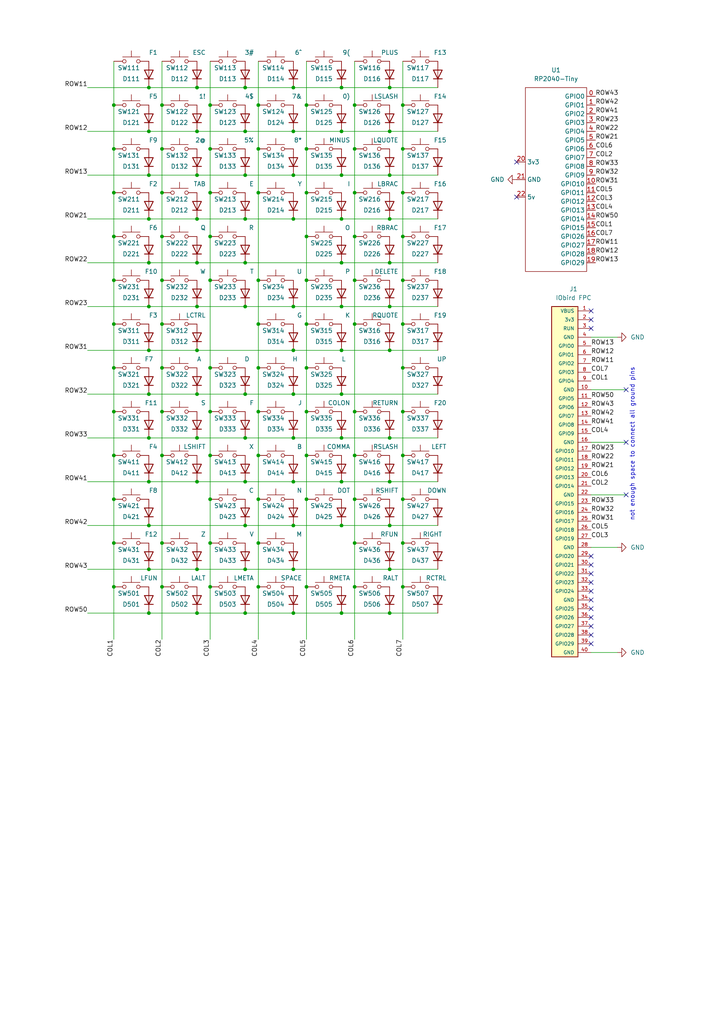
<source format=kicad_sch>
(kicad_sch (version 20230121) (generator eeschema)
  (paper "A4" portrait)
  (title_block (title "keybird42") (date "2023-12-12") (rev "0.1"))
  (junction (at 102.87 132.08))
  (junction (at 102.87 43.18))
  (junction (at 74.93 170.18))
  (junction (at 57.15 88.9))
  (junction (at 60.96 170.18))
  (junction (at 88.9 93.98))
  (junction (at 85.09 165.1))
  (junction (at 60.96 81.28))
  (junction (at 116.84 93.98))
  (junction (at 116.84 132.08))
  (junction (at 113.03 177.8))
  (junction (at 74.93 157.48))
  (junction (at 99.06 76.2))
  (junction (at 113.03 76.2))
  (junction (at 74.93 93.98))
  (junction (at 60.96 43.18))
  (junction (at 71.12 177.8))
  (junction (at 85.09 139.7))
  (junction (at 33.02 144.78))
  (junction (at 116.84 119.38))
  (junction (at 116.84 144.78))
  (junction (at 33.02 119.38))
  (junction (at 113.03 101.6))
  (junction (at 99.06 88.9))
  (junction (at 85.09 114.3))
  (junction (at 74.93 144.78))
  (junction (at 102.87 157.48))
  (junction (at 43.18 152.4))
  (junction (at 57.15 76.2))
  (junction (at 43.18 177.8))
  (junction (at 99.06 114.3))
  (junction (at 71.12 63.5))
  (junction (at 33.02 30.48))
  (junction (at 71.12 139.7))
  (junction (at 85.09 38.1))
  (junction (at 88.9 170.18))
  (junction (at 74.93 43.18))
  (junction (at 71.12 165.1))
  (junction (at 57.15 165.1))
  (junction (at 88.9 144.78))
  (junction (at 33.02 157.48))
  (junction (at 33.02 43.18))
  (junction (at 88.9 119.38))
  (junction (at 88.9 68.58))
  (junction (at 46.99 55.88))
  (junction (at 102.87 30.48))
  (junction (at 60.96 144.78))
  (junction (at 99.06 177.8))
  (junction (at 71.12 88.9))
  (junction (at 88.9 132.08))
  (junction (at 113.03 63.5))
  (junction (at 74.93 55.88))
  (junction (at 46.99 157.48))
  (junction (at 46.99 106.68))
  (junction (at 116.84 157.48))
  (junction (at 57.15 63.5))
  (junction (at 113.03 25.4))
  (junction (at 102.87 93.98))
  (junction (at 43.18 50.8))
  (junction (at 71.12 50.8))
  (junction (at 43.18 127))
  (junction (at 99.06 25.4))
  (junction (at 60.96 132.08))
  (junction (at 85.09 101.6))
  (junction (at 88.9 43.18))
  (junction (at 116.84 43.18))
  (junction (at 88.9 30.48))
  (junction (at 43.18 101.6))
  (junction (at 43.18 88.9))
  (junction (at 71.12 38.1))
  (junction (at 88.9 55.88))
  (junction (at 33.02 55.88))
  (junction (at 43.18 25.4))
  (junction (at 33.02 81.28))
  (junction (at 60.96 106.68))
  (junction (at 71.12 114.3))
  (junction (at 74.93 119.38))
  (junction (at 102.87 81.28))
  (junction (at 99.06 127))
  (junction (at 85.09 25.4))
  (junction (at 46.99 93.98))
  (junction (at 71.12 76.2))
  (junction (at 88.9 106.68))
  (junction (at 74.93 81.28))
  (junction (at 46.99 119.38))
  (junction (at 102.87 170.18))
  (junction (at 88.9 81.28))
  (junction (at 113.03 88.9))
  (junction (at 99.06 50.8))
  (junction (at 57.15 50.8))
  (junction (at 46.99 30.48))
  (junction (at 116.84 30.48))
  (junction (at 85.09 88.9))
  (junction (at 74.93 30.48))
  (junction (at 99.06 101.6))
  (junction (at 85.09 177.8))
  (junction (at 99.06 152.4))
  (junction (at 113.03 165.1))
  (junction (at 60.96 119.38))
  (junction (at 43.18 38.1))
  (junction (at 85.09 127))
  (junction (at 71.12 25.4))
  (junction (at 74.93 132.08))
  (junction (at 60.96 68.58))
  (junction (at 85.09 63.5))
  (junction (at 57.15 101.6))
  (junction (at 99.06 139.7))
  (junction (at 57.15 127))
  (junction (at 43.18 76.2))
  (junction (at 99.06 63.5))
  (junction (at 74.93 106.68))
  (junction (at 116.84 68.58))
  (junction (at 85.09 152.4))
  (junction (at 99.06 38.1))
  (junction (at 60.96 30.48))
  (junction (at 102.87 144.78))
  (junction (at 102.87 68.58))
  (junction (at 57.15 139.7))
  (junction (at 46.99 68.58))
  (junction (at 33.02 93.98))
  (junction (at 33.02 170.18))
  (junction (at 113.03 152.4))
  (junction (at 43.18 63.5))
  (junction (at 43.18 114.3))
  (junction (at 33.02 68.58))
  (junction (at 116.84 106.68))
  (junction (at 116.84 170.18))
  (junction (at 60.96 55.88))
  (junction (at 71.12 127))
  (junction (at 60.96 157.48))
  (junction (at 71.12 152.4))
  (junction (at 113.03 139.7))
  (junction (at 43.18 139.7))
  (junction (at 102.87 119.38))
  (junction (at 33.02 106.68))
  (junction (at 113.03 38.1))
  (junction (at 102.87 55.88))
  (junction (at 57.15 25.4))
  (junction (at 33.02 132.08))
  (junction (at 46.99 132.08))
  (junction (at 57.15 177.8))
  (junction (at 46.99 43.18))
  (junction (at 46.99 170.18))
  (junction (at 57.15 38.1))
  (junction (at 43.18 165.1))
  (junction (at 57.15 114.3))
  (junction (at 116.84 55.88))
  (junction (at 116.84 81.28))
  (junction (at 113.03 127))
  (junction (at 113.03 50.8))
  (junction (at 46.99 81.28))
  (junction (at 85.09 50.8))
  (no_connect (at 181.61 128.27))
  (no_connect (at 171.45 161.29))
  (no_connect (at 171.45 176.53))
  (no_connect (at 171.45 171.45))
  (no_connect (at 171.45 92.71))
  (no_connect (at 171.45 168.91))
  (no_connect (at 171.45 173.99))
  (no_connect (at 171.45 163.83))
  (no_connect (at 149.86 57.15))
  (no_connect (at 171.45 95.25))
  (no_connect (at 171.45 179.07))
  (no_connect (at 171.45 184.15))
  (no_connect (at 171.45 90.17))
  (no_connect (at 181.61 113.03))
  (no_connect (at 171.45 186.69))
  (no_connect (at 171.45 181.61))
  (no_connect (at 171.45 166.37))
  (no_connect (at 181.61 143.51))
  (no_connect (at 149.86 46.99))
  (wire (pts (xy 99.06 114.3) (xy 127 114.3)))
  (wire (pts (xy 74.93 55.88) (xy 74.93 81.28)))
  (wire (pts (xy 57.15 139.7) (xy 71.12 139.7)))
  (wire (pts (xy 57.15 127) (xy 71.12 127)))
  (wire (pts (xy 74.93 43.18) (xy 74.93 55.88)))
  (wire (pts (xy 25.4 63.5) (xy 43.18 63.5)))
  (wire (pts (xy 102.87 68.58) (xy 102.87 81.28)))
  (wire (pts (xy 46.99 93.98) (xy 46.99 106.68)))
  (wire (pts (xy 85.09 50.8) (xy 99.06 50.8)))
  (wire (pts (xy 60.96 81.28) (xy 60.96 106.68)))
  (wire (pts (xy 33.02 157.48) (xy 33.02 170.18)))
  (wire (pts (xy 57.15 165.1) (xy 71.12 165.1)))
  (wire (pts (xy 116.84 144.78) (xy 116.84 157.48)))
  (wire (pts (xy 60.96 43.18) (xy 60.96 55.88)))
  (wire (pts (xy 179.07 97.79) (xy 171.45 97.79)))
  (wire (pts (xy 88.9 55.88) (xy 88.9 68.58)))
  (wire (pts (xy 25.4 101.6) (xy 43.18 101.6)))
  (wire (pts (xy 88.9 81.28) (xy 88.9 93.98)))
  (wire (pts (xy 25.4 114.3) (xy 43.18 114.3)))
  (wire (pts (xy 71.12 38.1) (xy 85.09 38.1)))
  (wire (pts (xy 43.18 165.1) (xy 57.15 165.1)))
  (wire (pts (xy 85.09 177.8) (xy 99.06 177.8)))
  (wire (pts (xy 71.12 25.4) (xy 85.09 25.4)))
  (wire (pts (xy 60.96 68.58) (xy 60.96 81.28)))
  (wire (pts (xy 43.18 177.8) (xy 57.15 177.8)))
  (wire (pts (xy 57.15 50.8) (xy 71.12 50.8)))
  (wire (pts (xy 71.12 50.8) (xy 85.09 50.8)))
  (wire (pts (xy 99.06 63.5) (xy 113.03 63.5)))
  (wire (pts (xy 116.84 170.18) (xy 116.84 185.42)))
  (wire (pts (xy 99.06 152.4) (xy 113.03 152.4)))
  (wire (pts (xy 25.4 177.8) (xy 43.18 177.8)))
  (wire (pts (xy 88.9 144.78) (xy 88.9 170.18)))
  (wire (pts (xy 60.96 144.78) (xy 60.96 157.48)))
  (wire (pts (xy 116.84 106.68) (xy 116.84 119.38)))
  (wire (pts (xy 43.18 50.8) (xy 57.15 50.8)))
  (wire (pts (xy 60.96 157.48) (xy 60.96 170.18)))
  (wire (pts (xy 116.84 43.18) (xy 116.84 55.88)))
  (wire (pts (xy 181.61 113.03) (xy 171.45 113.03)))
  (wire (pts (xy 102.87 43.18) (xy 102.87 55.88)))
  (wire (pts (xy 85.09 165.1) (xy 113.03 165.1)))
  (wire (pts (xy 113.03 76.2) (xy 127 76.2)))
  (wire (pts (xy 46.99 43.18) (xy 46.99 55.88)))
  (wire (pts (xy 74.93 170.18) (xy 74.93 185.42)))
  (wire (pts (xy 102.87 132.08) (xy 102.87 144.78)))
  (wire (pts (xy 33.02 93.98) (xy 33.02 106.68)))
  (wire (pts (xy 25.4 76.2) (xy 43.18 76.2)))
  (wire (pts (xy 85.09 127) (xy 99.06 127)))
  (wire (pts (xy 88.9 132.08) (xy 88.9 144.78)))
  (wire (pts (xy 33.02 106.68) (xy 33.02 119.38)))
  (wire (pts (xy 85.09 101.6) (xy 99.06 101.6)))
  (wire (pts (xy 33.02 119.38) (xy 33.02 132.08)))
  (wire (pts (xy 113.03 152.4) (xy 127 152.4)))
  (wire (pts (xy 99.06 101.6) (xy 113.03 101.6)))
  (wire (pts (xy 102.87 81.28) (xy 102.87 93.98)))
  (wire (pts (xy 88.9 43.18) (xy 88.9 55.88)))
  (wire (pts (xy 113.03 38.1) (xy 127 38.1)))
  (wire (pts (xy 74.93 106.68) (xy 74.93 119.38)))
  (wire (pts (xy 33.02 55.88) (xy 33.02 68.58)))
  (wire (pts (xy 74.93 17.78) (xy 74.93 30.48)))
  (wire (pts (xy 43.18 127) (xy 57.15 127)))
  (wire (pts (xy 25.4 38.1) (xy 43.18 38.1)))
  (wire (pts (xy 85.09 38.1) (xy 99.06 38.1)))
  (wire (pts (xy 116.84 93.98) (xy 116.84 106.68)))
  (wire (pts (xy 25.4 152.4) (xy 43.18 152.4)))
  (wire (pts (xy 57.15 88.9) (xy 71.12 88.9)))
  (wire (pts (xy 74.93 144.78) (xy 74.93 157.48)))
  (wire (pts (xy 60.96 170.18) (xy 60.96 185.42)))
  (wire (pts (xy 71.12 165.1) (xy 85.09 165.1)))
  (wire (pts (xy 102.87 144.78) (xy 102.87 157.48)))
  (wire (pts (xy 25.4 139.7) (xy 43.18 139.7)))
  (wire (pts (xy 71.12 88.9) (xy 85.09 88.9)))
  (wire (pts (xy 33.02 81.28) (xy 33.02 93.98)))
  (wire (pts (xy 74.93 30.48) (xy 74.93 43.18)))
  (wire (pts (xy 33.02 132.08) (xy 33.02 144.78)))
  (wire (pts (xy 57.15 177.8) (xy 71.12 177.8)))
  (wire (pts (xy 74.93 132.08) (xy 74.93 144.78)))
  (wire (pts (xy 74.93 119.38) (xy 74.93 132.08)))
  (wire (pts (xy 33.02 30.48) (xy 33.02 43.18)))
  (wire (pts (xy 88.9 93.98) (xy 88.9 106.68)))
  (wire (pts (xy 46.99 30.48) (xy 46.99 43.18)))
  (wire (pts (xy 57.15 76.2) (xy 71.12 76.2)))
  (wire (pts (xy 85.09 139.7) (xy 99.06 139.7)))
  (wire (pts (xy 116.84 17.78) (xy 116.84 30.48)))
  (wire (pts (xy 71.12 177.8) (xy 85.09 177.8)))
  (wire (pts (xy 71.12 114.3) (xy 85.09 114.3)))
  (wire (pts (xy 25.4 50.8) (xy 43.18 50.8)))
  (wire (pts (xy 33.02 17.78) (xy 33.02 30.48)))
  (wire (pts (xy 25.4 88.9) (xy 43.18 88.9)))
  (wire (pts (xy 181.61 143.51) (xy 171.45 143.51)))
  (wire (pts (xy 33.02 43.18) (xy 33.02 55.88)))
  (wire (pts (xy 71.12 127) (xy 85.09 127)))
  (wire (pts (xy 116.84 30.48) (xy 116.84 43.18)))
  (wire (pts (xy 85.09 88.9) (xy 99.06 88.9)))
  (wire (pts (xy 99.06 88.9) (xy 113.03 88.9)))
  (wire (pts (xy 113.03 25.4) (xy 127 25.4)))
  (wire (pts (xy 74.93 93.98) (xy 74.93 106.68)))
  (wire (pts (xy 33.02 68.58) (xy 33.02 81.28)))
  (wire (pts (xy 113.03 177.8) (xy 127 177.8)))
  (wire (pts (xy 60.96 106.68) (xy 60.96 119.38)))
  (wire (pts (xy 46.99 132.08) (xy 46.99 157.48)))
  (wire (pts (xy 179.07 189.23) (xy 171.45 189.23)))
  (wire (pts (xy 99.06 127) (xy 113.03 127)))
  (wire (pts (xy 88.9 119.38) (xy 88.9 132.08)))
  (wire (pts (xy 85.09 25.4) (xy 99.06 25.4)))
  (wire (pts (xy 43.18 152.4) (xy 71.12 152.4)))
  (wire (pts (xy 99.06 139.7) (xy 113.03 139.7)))
  (wire (pts (xy 43.18 76.2) (xy 57.15 76.2)))
  (wire (pts (xy 46.99 157.48) (xy 46.99 170.18)))
  (wire (pts (xy 46.99 55.88) (xy 46.99 68.58)))
  (wire (pts (xy 99.06 76.2) (xy 113.03 76.2)))
  (wire (pts (xy 113.03 127) (xy 127 127)))
  (wire (pts (xy 102.87 170.18) (xy 102.87 185.42)))
  (wire (pts (xy 113.03 165.1) (xy 127 165.1)))
  (wire (pts (xy 57.15 114.3) (xy 71.12 114.3)))
  (wire (pts (xy 116.84 157.48) (xy 116.84 170.18)))
  (wire (pts (xy 113.03 50.8) (xy 127 50.8)))
  (wire (pts (xy 85.09 114.3) (xy 99.06 114.3)))
  (wire (pts (xy 116.84 81.28) (xy 116.84 93.98)))
  (wire (pts (xy 43.18 38.1) (xy 57.15 38.1)))
  (wire (pts (xy 43.18 139.7) (xy 57.15 139.7)))
  (wire (pts (xy 85.09 152.4) (xy 99.06 152.4)))
  (wire (pts (xy 113.03 101.6) (xy 127 101.6)))
  (wire (pts (xy 179.07 158.75) (xy 171.45 158.75)))
  (wire (pts (xy 60.96 119.38) (xy 60.96 132.08)))
  (wire (pts (xy 25.4 127) (xy 43.18 127)))
  (wire (pts (xy 60.96 30.48) (xy 60.96 43.18)))
  (wire (pts (xy 116.84 132.08) (xy 116.84 144.78)))
  (wire (pts (xy 57.15 38.1) (xy 71.12 38.1)))
  (wire (pts (xy 113.03 63.5) (xy 127 63.5)))
  (wire (pts (xy 43.18 114.3) (xy 57.15 114.3)))
  (wire (pts (xy 57.15 25.4) (xy 71.12 25.4)))
  (wire (pts (xy 116.84 119.38) (xy 116.84 132.08)))
  (wire (pts (xy 102.87 17.78) (xy 102.87 30.48)))
  (wire (pts (xy 43.18 101.6) (xy 57.15 101.6)))
  (wire (pts (xy 46.99 106.68) (xy 46.99 119.38)))
  (wire (pts (xy 102.87 119.38) (xy 102.87 132.08)))
  (wire (pts (xy 99.06 50.8) (xy 113.03 50.8)))
  (wire (pts (xy 99.06 38.1) (xy 113.03 38.1)))
  (wire (pts (xy 88.9 30.48) (xy 88.9 43.18)))
  (wire (pts (xy 102.87 30.48) (xy 102.87 43.18)))
  (wire (pts (xy 43.18 25.4) (xy 57.15 25.4)))
  (wire (pts (xy 113.03 139.7) (xy 127 139.7)))
  (wire (pts (xy 46.99 119.38) (xy 46.99 132.08)))
  (wire (pts (xy 60.96 132.08) (xy 60.96 144.78)))
  (wire (pts (xy 33.02 170.18) (xy 33.02 185.42)))
  (wire (pts (xy 85.09 63.5) (xy 99.06 63.5)))
  (wire (pts (xy 88.9 17.78) (xy 88.9 30.48)))
  (wire (pts (xy 46.99 81.28) (xy 46.99 93.98)))
  (wire (pts (xy 113.03 88.9) (xy 127 88.9)))
  (wire (pts (xy 74.93 81.28) (xy 74.93 93.98)))
  (wire (pts (xy 33.02 144.78) (xy 33.02 157.48)))
  (wire (pts (xy 25.4 25.4) (xy 43.18 25.4)))
  (wire (pts (xy 43.18 88.9) (xy 57.15 88.9)))
  (wire (pts (xy 71.12 152.4) (xy 85.09 152.4)))
  (wire (pts (xy 99.06 25.4) (xy 113.03 25.4)))
  (wire (pts (xy 102.87 157.48) (xy 102.87 170.18)))
  (wire (pts (xy 116.84 55.88) (xy 116.84 68.58)))
  (wire (pts (xy 57.15 101.6) (xy 85.09 101.6)))
  (wire (pts (xy 181.61 128.27) (xy 171.45 128.27)))
  (wire (pts (xy 102.87 55.88) (xy 102.87 68.58)))
  (wire (pts (xy 102.87 93.98) (xy 102.87 119.38)))
  (wire (pts (xy 60.96 17.78) (xy 60.96 30.48)))
  (wire (pts (xy 71.12 76.2) (xy 99.06 76.2)))
  (wire (pts (xy 74.93 157.48) (xy 74.93 170.18)))
  (wire (pts (xy 46.99 17.78) (xy 46.99 30.48)))
  (wire (pts (xy 57.15 63.5) (xy 71.12 63.5)))
  (wire (pts (xy 116.84 68.58) (xy 116.84 81.28)))
  (wire (pts (xy 88.9 68.58) (xy 88.9 81.28)))
  (wire (pts (xy 43.18 63.5) (xy 57.15 63.5)))
  (wire (pts (xy 60.96 55.88) (xy 60.96 68.58)))
  (wire (pts (xy 88.9 170.18) (xy 88.9 185.42)))
  (wire (pts (xy 25.4 165.1) (xy 43.18 165.1)))
  (wire (pts (xy 46.99 170.18) (xy 46.99 185.42)))
  (wire (pts (xy 71.12 63.5) (xy 85.09 63.5)))
  (wire (pts (xy 71.12 139.7) (xy 85.09 139.7)))
  (wire (pts (xy 46.99 68.58) (xy 46.99 81.28)))
  (wire (pts (xy 88.9 106.68) (xy 88.9 119.38)))
  (wire (pts (xy 99.06 177.8) (xy 113.03 177.8)))
  (text "not enough space to connect all ground pins" (at 184.15 151.13 90) (effects (font (size 1.27 1.27)) (justify left bottom)))
  (label "ROW23" (at 172.72 35.56 0))
  (label "ROW41" (at 25.4 139.7 180))
  (label "COL5" (at 171.45 153.67 0))
  (label "ROW11" (at 25.4 25.4 180))
  (label "ROW31" (at 25.4 101.6 180))
  (label "COL5" (at 172.72 55.88 0))
  (label "ROW33" (at 171.45 146.05 0))
  (label "COL2" (at 46.99 185.42 270))
  (label "COL4" (at 74.93 185.42 270))
  (label "ROW22" (at 171.45 133.35 0))
  (label "ROW13" (at 25.4 50.8 180))
  (label "COL3" (at 171.45 156.21 0))
  (label "COL1" (at 171.45 110.49 0))
  (label "ROW12" (at 25.4 38.1 180))
  (label "ROW33" (at 25.4 127 180))
  (label "COL7" (at 171.45 107.95 0))
  (label "ROW22" (at 172.72 38.1 0))
  (label "ROW12" (at 171.45 102.87 0))
  (label "ROW21" (at 25.4 63.5 180))
  (label "ROW23" (at 25.4 88.9 180))
  (label "COL3" (at 172.72 58.42 0))
  (label "ROW32" (at 25.4 114.3 180))
  (label "COL4" (at 171.45 125.73 0))
  (label "ROW13" (at 172.72 76.2 0))
  (label "ROW42" (at 171.45 120.65 0))
  (label "ROW21" (at 172.72 40.64 0))
  (label "ROW42" (at 25.4 152.4 180))
  (label "COL2" (at 171.45 140.97 0))
  (label "ROW50" (at 25.4 177.8 180))
  (label "ROW41" (at 171.45 123.19 0))
  (label "COL2" (at 172.72 45.72 0))
  (label "ROW43" (at 25.4 165.1 180))
  (label "COL7" (at 116.84 185.42 270))
  (label "COL5" (at 88.9 185.42 270))
  (label "ROW12" (at 172.72 73.66 0))
  (label "ROW50" (at 171.45 115.57 0))
  (label "ROW31" (at 171.45 151.13 0))
  (label "ROW23" (at 171.45 130.81 0))
  (label "COL6" (at 172.72 43.18 0))
  (label "ROW43" (at 172.72 27.94 0))
  (label "ROW11" (at 172.72 71.12 0))
  (label "COL1" (at 33.02 185.42 270))
  (label "ROW22" (at 25.4 76.2 180))
  (label "COL4" (at 172.72 60.96 0))
  (label "ROW31" (at 172.72 53.34 0))
  (label "ROW33" (at 172.72 48.26 0))
  (label "ROW21" (at 171.45 135.89 0))
  (label "ROW50" (at 172.72 63.5 0))
  (label "COL1" (at 172.72 66.04 0))
  (label "ROW32" (at 171.45 148.59 0))
  (label "ROW11" (at 171.45 105.41 0))
  (label "COL6" (at 171.45 138.43 0))
  (label "ROW32" (at 172.72 50.8 0))
  (label "ROW41" (at 172.72 33.02 0))
  (label "ROW43" (at 171.45 118.11 0))
  (label "COL3" (at 60.96 185.42 270))
  (label "ROW13" (at 171.45 100.33 0))
  (label "ROW42" (at 172.72 30.48 0))
  (label "COL6" (at 102.87 185.42 270))
  (label "COL7" (at 172.72 68.58 0))
  (symbol (lib_id "keybird42:SW_MX") (at 121.92 106.68 0) (unit 1)
    (property "Reference" "SW327" (at 124.46 108.585 0) (effects (justify right)))
    (property "Value" "UP" (at 129.54 104.14 0) (effects (justify right)))
    (property "Footprint" "keybird42:SW_Hotswap_Kailh_MX" (effects hide))
  )
  (symbol (lib_id "keybird42:1N4148W") (at 127 110.49 0) (unit 1)
    (property "Reference" "D327" (at 124.46 111.76 0) (effects (justify right)))
    (property "Value" "1N4148W" (effects hide))
    (property "Footprint" "keybird42:D_SOD-123_HandSolder_Back" (effects hide))
    (property "Datasheet" "https://www.vishay.com/docs/85748/1n4148w.pdf" (effects hide))
    (property "Sim.Device" "D" (effects hide))
    (property "Sim.Pins" "1=K 2=A" (effects hide))
  )
  (symbol (lib_id "keybird42:1N4148W") (at 71.12 148.59 0) (unit 1)
    (property "Reference" "D423" (at 68.58 149.86 0) (effects (justify right)))
    (property "Value" "1N4148W" (effects hide))
    (property "Footprint" "keybird42:D_SOD-123_HandSolder_Back" (effects hide))
    (property "Datasheet" "https://www.vishay.com/docs/85748/1n4148w.pdf" (effects hide))
    (property "Sim.Device" "D" (effects hide))
    (property "Sim.Pins" "1=K 2=A" (effects hide))
  )
  (symbol (lib_id "keybird42:SW_MX") (at 107.95 157.48 0) (unit 1)
    (property "Reference" "SW436" (at 110.49 159.385 0) (effects (justify right)))
    (property "Value" "RFUN" (at 115.57 154.94 0) (effects (justify right)))
    (property "Footprint" "keybird42:SW_Hotswap_Kailh_MX" (effects hide))
  )
  (symbol (lib_id "keybird42:1N4148W") (at 85.09 59.69 0) (unit 1)
    (property "Reference" "D214" (at 82.55 60.96 0) (effects (justify right)))
    (property "Value" "1N4148W" (effects hide))
    (property "Footprint" "keybird42:D_SOD-123_HandSolder_Back" (effects hide))
    (property "Datasheet" "https://www.vishay.com/docs/85748/1n4148w.pdf" (effects hide))
    (property "Sim.Device" "D" (effects hide))
    (property "Sim.Pins" "1=K 2=A" (effects hide))
  )
  (symbol (lib_id "keybird42:SW_MX") (at 93.98 170.18 0) (unit 1)
    (property "Reference" "SW505" (at 96.52 172.085 0) (effects (justify right)))
    (property "Value" "RMETA" (at 101.6 167.64 0) (effects (justify right)))
    (property "Footprint" "keybird42:SW_Hotswap_Kailh_MX" (effects hide))
  )
  (symbol (lib_id "keybird42:SW_MX") (at 107.95 132.08 0) (unit 1)
    (property "Reference" "SW416" (at 110.49 133.985 0) (effects (justify right)))
    (property "Value" "RSLASH" (at 115.57 129.54 0) (effects (justify right)))
    (property "Footprint" "keybird42:SW_Hotswap_Kailh_MX" (effects hide))
  )
  (symbol (lib_id "keybird42:SW_MX") (at 93.98 17.78 0) (unit 1)
    (property "Reference" "SW115" (at 96.52 19.685 0) (effects (justify right)))
    (property "Value" "9(" (at 101.6 15.24 0) (effects (justify right)))
    (property "Footprint" "keybird42:SW_Hotswap_Kailh_MX" (effects hide))
  )
  (symbol (lib_id "keybird42:SW_MX") (at 121.92 132.08 0) (unit 1)
    (property "Reference" "SW417" (at 124.46 133.985 0) (effects (justify right)))
    (property "Value" "LEFT" (at 129.54 129.54 0) (effects (justify right)))
    (property "Footprint" "keybird42:SW_Hotswap_Kailh_MX" (effects hide))
  )
  (symbol (lib_id "keybird42:SW_MX") (at 93.98 55.88 0) (unit 1)
    (property "Reference" "SW215" (at 96.52 57.785 0) (effects (justify right)))
    (property "Value" "I" (at 101.6 53.34 0) (effects (justify right)))
    (property "Footprint" "keybird42:SW_Hotswap_Kailh_MX" (effects hide))
  )
  (symbol (lib_id "keybird42:SW_MX") (at 38.1 157.48 0) (unit 1)
    (property "Reference" "SW431" (at 40.64 159.385 0) (effects (justify right)))
    (property "Value" "F12" (at 45.72 154.94 0) (effects (justify right)))
    (property "Footprint" "keybird42:SW_Hotswap_Kailh_MX" (effects hide))
  )
  (symbol (lib_id "keybird42:1N4148W") (at 127 72.39 0) (unit 1)
    (property "Reference" "D227" (at 124.46 73.66 0) (effects (justify right)))
    (property "Value" "1N4148W" (effects hide))
    (property "Footprint" "keybird42:D_SOD-123_HandSolder_Back" (effects hide))
    (property "Datasheet" "https://www.vishay.com/docs/85748/1n4148w.pdf" (effects hide))
    (property "Sim.Device" "D" (effects hide))
    (property "Sim.Pins" "1=K 2=A" (effects hide))
  )
  (symbol (lib_id "keybird42:1N4148W") (at 127 148.59 0) (unit 1)
    (property "Reference" "D427" (at 124.46 149.86 0) (effects (justify right)))
    (property "Value" "1N4148W" (effects hide))
    (property "Footprint" "keybird42:D_SOD-123_HandSolder_Back" (effects hide))
    (property "Datasheet" "https://www.vishay.com/docs/85748/1n4148w.pdf" (effects hide))
    (property "Sim.Device" "D" (effects hide))
    (property "Sim.Pins" "1=K 2=A" (effects hide))
  )
  (symbol (lib_id "keybird42:1N4148W") (at 43.18 59.69 0) (unit 1)
    (property "Reference" "D211" (at 40.64 60.96 0) (effects (justify right)))
    (property "Value" "1N4148W" (effects hide))
    (property "Footprint" "keybird42:D_SOD-123_HandSolder_Back" (effects hide))
    (property "Datasheet" "https://www.vishay.com/docs/85748/1n4148w.pdf" (effects hide))
    (property "Sim.Device" "D" (effects hide))
    (property "Sim.Pins" "1=K 2=A" (effects hide))
  )
  (symbol (lib_id "keybird42:1N4148W") (at 57.15 135.89 0) (unit 1)
    (property "Reference" "D412" (at 54.61 137.16 0) (effects (justify right)))
    (property "Value" "1N4148W" (effects hide))
    (property "Footprint" "keybird42:D_SOD-123_HandSolder_Back" (effects hide))
    (property "Datasheet" "https://www.vishay.com/docs/85748/1n4148w.pdf" (effects hide))
    (property "Sim.Device" "D" (effects hide))
    (property "Sim.Pins" "1=K 2=A" (effects hide))
  )
  (symbol (lib_id "keybird42:SW_MX") (at 66.04 170.18 0) (unit 1)
    (property "Reference" "SW503" (at 68.58 172.085 0) (effects (justify right)))
    (property "Value" "LMETA" (at 73.66 167.64 0) (effects (justify right)))
    (property "Footprint" "keybird42:SW_Hotswap_Kailh_MX" (effects hide))
  )
  (symbol (lib_id "keybird42:SW_MX") (at 93.98 43.18 0) (unit 1)
    (property "Reference" "SW135" (at 96.52 45.085 0) (effects (justify right)))
    (property "Value" "MINUS" (at 101.6 40.64 0) (effects (justify right)))
    (property "Footprint" "keybird42:SW_Hotswap_Kailh_MX" (effects hide))
  )
  (symbol (lib_id "keybird42:SW_MX") (at 66.04 68.58 0) (unit 1)
    (property "Reference" "SW223" (at 68.58 70.485 0) (effects (justify right)))
    (property "Value" "R" (at 73.66 66.04 0) (effects (justify right)))
    (property "Footprint" "keybird42:SW_Hotswap_Kailh_MX" (effects hide))
  )
  (symbol (lib_id "keybird42:SW_MX") (at 66.04 106.68 0) (unit 1)
    (property "Reference" "SW323" (at 68.58 108.585 0) (effects (justify right)))
    (property "Value" "D" (at 72.39 104.14 0) (effects (justify right)))
    (property "Footprint" "keybird42:SW_Hotswap_Kailh_MX" (effects hide))
  )
  (symbol (lib_id "keybird42:1N4148W") (at 43.18 110.49 0) (unit 1)
    (property "Reference" "D321" (at 40.64 111.76 0) (effects (justify right)))
    (property "Value" "1N4148W" (effects hide))
    (property "Footprint" "keybird42:D_SOD-123_HandSolder_Back" (effects hide))
    (property "Datasheet" "https://www.vishay.com/docs/85748/1n4148w.pdf" (effects hide))
    (property "Sim.Device" "D" (effects hide))
    (property "Sim.Pins" "1=K 2=A" (effects hide))
  )
  (symbol (lib_id "keybird42:1N4148W") (at 71.12 59.69 0) (unit 1)
    (property "Reference" "D213" (at 68.58 60.96 0) (effects (justify right)))
    (property "Value" "1N4148W" (effects hide))
    (property "Footprint" "keybird42:D_SOD-123_HandSolder_Back" (effects hide))
    (property "Datasheet" "https://www.vishay.com/docs/85748/1n4148w.pdf" (effects hide))
    (property "Sim.Device" "D" (effects hide))
    (property "Sim.Pins" "1=K 2=A" (effects hide))
  )
  (symbol (lib_id "keybird42:1N4148W") (at 99.06 85.09 0) (unit 1)
    (property "Reference" "D235" (at 96.52 86.36 0) (effects (justify right)))
    (property "Value" "1N4148W" (effects hide))
    (property "Footprint" "keybird42:D_SOD-123_HandSolder_Back" (effects hide))
    (property "Datasheet" "https://www.vishay.com/docs/85748/1n4148w.pdf" (effects hide))
    (property "Sim.Device" "D" (effects hide))
    (property "Sim.Pins" "1=K 2=A" (effects hide))
  )
  (symbol (lib_id "power:GND") (at 179.07 158.75 90) (unit 1)
    (property "Reference" "#PWR06" (effects hide))
    (property "Value" "GND" (at 182.88 158.75 90) (effects (justify right)))
  )
  (symbol (lib_id "keybird42:SW_MX") (at 66.04 55.88 0) (unit 1)
    (property "Reference" "SW213" (at 68.58 57.785 0) (effects (justify right)))
    (property "Value" "E" (at 73.66 53.34 0) (effects (justify right)))
    (property "Footprint" "keybird42:SW_Hotswap_Kailh_MX" (effects hide))
  )
  (symbol (lib_id "keybird42:1N4148W") (at 99.06 148.59 0) (unit 1)
    (property "Reference" "D425" (at 96.52 149.86 0) (effects (justify right)))
    (property "Value" "1N4148W" (effects hide))
    (property "Footprint" "keybird42:D_SOD-123_HandSolder_Back" (effects hide))
    (property "Datasheet" "https://www.vishay.com/docs/85748/1n4148w.pdf" (effects hide))
    (property "Sim.Device" "D" (effects hide))
    (property "Sim.Pins" "1=K 2=A" (effects hide))
  )
  (symbol (lib_id "power:GND") (at 149.86 52.07 270) (unit 1)
    (property "Reference" "#PWR01" (effects hide))
    (property "Value" "GND" (at 142.24 52.07 90) (effects (justify left)))
  )
  (symbol (lib_id "keybird42:RP2040-Tiny") (at 161.29 52.07 0) (unit 1)
    (property "Reference" "U1" (at 161.29 20.32 0))
    (property "Value" "RP2040-Tiny" (at 161.29 22.86 0))
    (property "Footprint" "keybird42:RP2040-Tiny" (effects hide))
    (property "Datasheet" "https://www.waveshare.com/RP2040-Tiny.htm" (effects hide))
  )
  (symbol (lib_id "keybird42:1N4148W") (at 99.06 97.79 0) (unit 1)
    (property "Reference" "D315" (at 96.52 99.06 0) (effects (justify right)))
    (property "Value" "1N4148W" (effects hide))
    (property "Footprint" "keybird42:D_SOD-123_HandSolder_Back" (effects hide))
    (property "Datasheet" "https://www.vishay.com/docs/85748/1n4148w.pdf" (effects hide))
    (property "Sim.Device" "D" (effects hide))
    (property "Sim.Pins" "1=K 2=A" (effects hide))
  )
  (symbol (lib_id "keybird42:1N4148W") (at 113.03 135.89 0) (unit 1)
    (property "Reference" "D416" (at 110.49 137.16 0) (effects (justify right)))
    (property "Value" "1N4148W" (effects hide))
    (property "Footprint" "keybird42:D_SOD-123_HandSolder_Back" (effects hide))
    (property "Datasheet" "https://www.vishay.com/docs/85748/1n4148w.pdf" (effects hide))
    (property "Sim.Device" "D" (effects hide))
    (property "Sim.Pins" "1=K 2=A" (effects hide))
  )
  (symbol (lib_id "keybird42:1N4148W") (at 113.03 97.79 0) (unit 1)
    (property "Reference" "D316" (at 110.49 99.06 0) (effects (justify right)))
    (property "Value" "1N4148W" (effects hide))
    (property "Footprint" "keybird42:D_SOD-123_HandSolder_Back" (effects hide))
    (property "Datasheet" "https://www.vishay.com/docs/85748/1n4148w.pdf" (effects hide))
    (property "Sim.Device" "D" (effects hide))
    (property "Sim.Pins" "1=K 2=A" (effects hide))
  )
  (symbol (lib_id "keybird42:SW_MX") (at 80.01 93.98 0) (unit 1)
    (property "Reference" "SW314" (at 82.55 95.885 0) (effects (justify right)))
    (property "Value" "G" (at 87.63 91.44 0) (effects (justify right)))
    (property "Footprint" "keybird42:SW_Hotswap_Kailh_MX" (effects hide))
  )
  (symbol (lib_id "keybird42:SW_MX") (at 66.04 43.18 0) (unit 1)
    (property "Reference" "SW133" (at 68.58 45.085 0) (effects (justify right)))
    (property "Value" "5%" (at 73.66 40.64 0) (effects (justify right)))
    (property "Footprint" "keybird42:SW_Hotswap_Kailh_MX" (effects hide))
  )
  (symbol (lib_id "keybird42:SW_MX") (at 52.07 157.48 0) (unit 1)
    (property "Reference" "SW432" (at 54.61 159.385 0) (effects (justify right)))
    (property "Value" "Z" (at 59.69 154.94 0) (effects (justify right)))
    (property "Footprint" "keybird42:SW_Hotswap_Kailh_MX" (effects hide))
  )
  (symbol (lib_id "keybird42:1N4148W") (at 99.06 173.99 0) (unit 1)
    (property "Reference" "D505" (at 96.52 175.26 0) (effects (justify right)))
    (property "Value" "1N4148W" (effects hide))
    (property "Footprint" "keybird42:D_SOD-123_HandSolder_Back" (effects hide))
    (property "Datasheet" "https://www.vishay.com/docs/85748/1n4148w.pdf" (effects hide))
    (property "Sim.Device" "D" (effects hide))
    (property "Sim.Pins" "1=K 2=A" (effects hide))
  )
  (symbol (lib_id "keybird42:SW_MX") (at 38.1 93.98 0) (unit 1)
    (property "Reference" "SW311" (at 40.64 95.885 0) (effects (justify right)))
    (property "Value" "F3" (at 45.72 91.44 0) (effects (justify right)))
    (property "Footprint" "keybird42:SW_Hotswap_Kailh_MX" (effects hide))
  )
  (symbol (lib_id "keybird42:SW_MX") (at 93.98 119.38 0) (unit 1)
    (property "Reference" "SW335" (at 96.52 121.285 0) (effects (justify right)))
    (property "Value" "COLON" (at 101.6 116.84 0) (effects (justify right)))
    (property "Footprint" "keybird42:SW_Hotswap_Kailh_MX" (effects hide))
  )
  (symbol (lib_id "keybird42:SW_MX") (at 52.07 119.38 0) (unit 1)
    (property "Reference" "SW332" (at 54.61 121.285 0) (effects (justify right)))
    (property "Value" "S" (at 59.69 116.84 0) (effects (justify right)))
    (property "Footprint" "keybird42:SW_Hotswap_Kailh_MX" (effects hide))
  )
  (symbol (lib_id "keybird42:1N4148W") (at 57.15 123.19 0) (unit 1)
    (property "Reference" "D332" (at 54.61 124.46 0) (effects (justify right)))
    (property "Value" "1N4148W" (effects hide))
    (property "Footprint" "keybird42:D_SOD-123_HandSolder_Back" (effects hide))
    (property "Datasheet" "https://www.vishay.com/docs/85748/1n4148w.pdf" (effects hide))
    (property "Sim.Device" "D" (effects hide))
    (property "Sim.Pins" "1=K 2=A" (effects hide))
  )
  (symbol (lib_id "keybird42:1N4148W") (at 57.15 59.69 0) (unit 1)
    (property "Reference" "D212" (at 54.61 60.96 0) (effects (justify right)))
    (property "Value" "1N4148W" (effects hide))
    (property "Footprint" "keybird42:D_SOD-123_HandSolder_Back" (effects hide))
    (property "Datasheet" "https://www.vishay.com/docs/85748/1n4148w.pdf" (effects hide))
    (property "Sim.Device" "D" (effects hide))
    (property "Sim.Pins" "1=K 2=A" (effects hide))
  )
  (symbol (lib_id "keybird42:SW_MX") (at 121.92 17.78 0) (unit 1)
    (property "Reference" "SW117" (at 124.46 19.685 0) (effects (justify right)))
    (property "Value" "F13" (at 129.54 15.24 0) (effects (justify right)))
    (property "Footprint" "keybird42:SW_Hotswap_Kailh_MX" (effects hide))
  )
  (symbol (lib_id "keybird42:1N4148W") (at 71.12 135.89 0) (unit 1)
    (property "Reference" "D413" (at 68.58 137.16 0) (effects (justify right)))
    (property "Value" "1N4148W" (effects hide))
    (property "Footprint" "keybird42:D_SOD-123_HandSolder_Back" (effects hide))
    (property "Datasheet" "https://www.vishay.com/docs/85748/1n4148w.pdf" (effects hide))
    (property "Sim.Device" "D" (effects hide))
    (property "Sim.Pins" "1=K 2=A" (effects hide))
  )
  (symbol (lib_id "keybird42:SW_MX") (at 80.01 55.88 0) (unit 1)
    (property "Reference" "SW214" (at 82.55 57.785 0) (effects (justify right)))
    (property "Value" "Y" (at 87.63 53.34 0) (effects (justify right)))
    (property "Footprint" "keybird42:SW_Hotswap_Kailh_MX" (effects hide))
  )
  (symbol (lib_id "keybird42:SW_MX") (at 38.1 55.88 0) (unit 1)
    (property "Reference" "SW211" (at 40.64 57.785 0) (effects (justify right)))
    (property "Value" "F2" (at 45.72 53.34 0) (effects (justify right)))
    (property "Footprint" "keybird42:SW_Hotswap_Kailh_MX" (effects hide))
  )
  (symbol (lib_id "keybird42:1N4148W") (at 127 21.59 0) (unit 1)
    (property "Reference" "D117" (at 124.46 22.86 0) (effects (justify right)))
    (property "Value" "1N4148W" (effects hide))
    (property "Footprint" "keybird42:D_SOD-123_HandSolder_Back" (effects hide))
    (property "Datasheet" "https://www.vishay.com/docs/85748/1n4148w.pdf" (effects hide))
    (property "Sim.Device" "D" (effects hide))
    (property "Sim.Pins" "1=K 2=A" (effects hide))
  )
  (symbol (lib_id "keybird42:1N4148W") (at 99.06 123.19 0) (unit 1)
    (property "Reference" "D335" (at 96.52 124.46 0) (effects (justify right)))
    (property "Value" "1N4148W" (effects hide))
    (property "Footprint" "keybird42:D_SOD-123_HandSolder_Back" (effects hide))
    (property "Datasheet" "https://www.vishay.com/docs/85748/1n4148w.pdf" (effects hide))
    (property "Sim.Device" "D" (effects hide))
    (property "Sim.Pins" "1=K 2=A" (effects hide))
  )
  (symbol (lib_id "keybird42:1N4148W") (at 71.12 21.59 0) (unit 1)
    (property "Reference" "D113" (at 68.58 22.86 0) (effects (justify right)))
    (property "Value" "1N4148W" (effects hide))
    (property "Footprint" "keybird42:D_SOD-123_HandSolder_Back" (effects hide))
    (property "Datasheet" "https://www.vishay.com/docs/85748/1n4148w.pdf" (effects hide))
    (property "Sim.Device" "D" (effects hide))
    (property "Sim.Pins" "1=K 2=A" (effects hide))
  )
  (symbol (lib_id "keybird42:1N4148W") (at 85.09 21.59 0) (unit 1)
    (property "Reference" "D114" (at 82.55 22.86 0) (effects (justify right)))
    (property "Value" "1N4148W" (effects hide))
    (property "Footprint" "keybird42:D_SOD-123_HandSolder_Back" (effects hide))
    (property "Datasheet" "https://www.vishay.com/docs/85748/1n4148w.pdf" (effects hide))
    (property "Sim.Device" "D" (effects hide))
    (property "Sim.Pins" "1=K 2=A" (effects hide))
  )
  (symbol (lib_id "keybird42:1N4148W") (at 43.18 97.79 0) (unit 1)
    (property "Reference" "D311" (at 40.64 99.06 0) (effects (justify right)))
    (property "Value" "1N4148W" (effects hide))
    (property "Footprint" "keybird42:D_SOD-123_HandSolder_Back" (effects hide))
    (property "Datasheet" "https://www.vishay.com/docs/85748/1n4148w.pdf" (effects hide))
    (property "Sim.Device" "D" (effects hide))
    (property "Sim.Pins" "1=K 2=A" (effects hide))
  )
  (symbol (lib_id "keybird42:1N4148W") (at 113.03 72.39 0) (unit 1)
    (property "Reference" "D226" (at 110.49 73.66 0) (effects (justify right)))
    (property "Value" "1N4148W" (effects hide))
    (property "Footprint" "keybird42:D_SOD-123_HandSolder_Back" (effects hide))
    (property "Datasheet" "https://www.vishay.com/docs/85748/1n4148w.pdf" (effects hide))
    (property "Sim.Device" "D" (effects hide))
    (property "Sim.Pins" "1=K 2=A" (effects hide))
  )
  (symbol (lib_id "keybird42:SW_MX") (at 52.07 68.58 0) (unit 1)
    (property "Reference" "SW222" (at 54.61 70.485 0) (effects (justify right)))
    (property "Value" "Q" (at 59.69 66.04 0) (effects (justify right)))
    (property "Footprint" "keybird42:SW_Hotswap_Kailh_MX" (effects hide))
  )
  (symbol (lib_id "keybird42:SW_MX") (at 38.1 68.58 0) (unit 1)
    (property "Reference" "SW221" (at 40.64 70.485 0) (effects (justify right)))
    (property "Value" "F6" (at 45.72 66.04 0) (effects (justify right)))
    (property "Footprint" "keybird42:SW_Hotswap_Kailh_MX" (effects hide))
  )
  (symbol (lib_id "keybird42:SW_MX") (at 52.07 30.48 0) (unit 1)
    (property "Reference" "SW122" (at 54.61 32.385 0) (effects (justify right)))
    (property "Value" "1!" (at 59.69 27.94 0) (effects (justify right)))
    (property "Footprint" "keybird42:SW_Hotswap_Kailh_MX" (effects hide))
  )
  (symbol (lib_id "keybird42:1N4148W") (at 85.09 161.29 0) (unit 1)
    (property "Reference" "D434" (at 82.55 162.56 0) (effects (justify right)))
    (property "Value" "1N4148W" (effects hide))
    (property "Footprint" "keybird42:D_SOD-123_HandSolder_Back" (effects hide))
    (property "Datasheet" "https://www.vishay.com/docs/85748/1n4148w.pdf" (effects hide))
    (property "Sim.Device" "D" (effects hide))
    (property "Sim.Pins" "1=K 2=A" (effects hide))
  )
  (symbol (lib_id "keybird42:SW_MX") (at 93.98 132.08 0) (unit 1)
    (property "Reference" "SW415" (at 96.52 133.985 0) (effects (justify right)))
    (property "Value" "COMMA" (at 101.6 129.54 0) (effects (justify right)))
    (property "Footprint" "keybird42:SW_Hotswap_Kailh_MX" (effects hide))
  )
  (symbol (lib_id "keybird42:1N4148W") (at 85.09 34.29 0) (unit 1)
    (property "Reference" "D124" (at 82.55 35.56 0) (effects (justify right)))
    (property "Value" "1N4148W" (effects hide))
    (property "Footprint" "keybird42:D_SOD-123_HandSolder_Back" (effects hide))
    (property "Datasheet" "https://www.vishay.com/docs/85748/1n4148w.pdf" (effects hide))
    (property "Sim.Device" "D" (effects hide))
    (property "Sim.Pins" "1=K 2=A" (effects hide))
  )
  (symbol (lib_id "keybird42:1N4148W") (at 85.09 85.09 0) (unit 1)
    (property "Reference" "D234" (at 82.55 86.36 0) (effects (justify right)))
    (property "Value" "1N4148W" (effects hide))
    (property "Footprint" "keybird42:D_SOD-123_HandSolder_Back" (effects hide))
    (property "Datasheet" "https://www.vishay.com/docs/85748/1n4148w.pdf" (effects hide))
    (property "Sim.Device" "D" (effects hide))
    (property "Sim.Pins" "1=K 2=A" (effects hide))
  )
  (symbol (lib_id "keybird42:SW_MX") (at 121.92 157.48 0) (unit 1)
    (property "Reference" "SW437" (at 124.46 159.385 0) (effects (justify right)))
    (property "Value" "RIGHT" (at 128.27 154.94 0) (effects (justify right)))
    (property "Footprint" "keybird42:SW_Hotswap_Kailh_MX" (effects hide))
  )
  (symbol (lib_id "keybird42:SW_MX") (at 38.1 30.48 0) (unit 1)
    (property "Reference" "SW121" (at 40.64 32.385 0) (effects (justify right)))
    (property "Value" "F5" (at 45.72 27.94 0) (effects (justify right)))
    (property "Footprint" "keybird42:SW_Hotswap_Kailh_MX" (effects hide))
  )
  (symbol (lib_id "keybird42:SW_MX") (at 121.92 43.18 0) (unit 1)
    (property "Reference" "SW137" (at 124.46 45.085 0) (effects (justify right)))
    (property "Value" "F15" (at 129.54 40.64 0) (effects (justify right)))
    (property "Footprint" "keybird42:SW_Hotswap_Kailh_MX" (effects hide))
  )
  (symbol (lib_id "keybird42:SW_MX") (at 121.92 68.58 0) (unit 1)
    (property "Reference" "SW227" (at 124.46 70.485 0) (effects (justify right)))
    (property "Value" "F17" (at 129.54 66.04 0) (effects (justify right)))
    (property "Footprint" "keybird42:SW_Hotswap_Kailh_MX" (effects hide))
  )
  (symbol (lib_id "keybird42:1N4148W") (at 71.12 110.49 0) (unit 1)
    (property "Reference" "D323" (at 68.58 111.76 0) (effects (justify right)))
    (property "Value" "1N4148W" (effects hide))
    (property "Footprint" "keybird42:D_SOD-123_HandSolder_Back" (effects hide))
    (property "Datasheet" "https://www.vishay.com/docs/85748/1n4148w.pdf" (effects hide))
    (property "Sim.Device" "D" (effects hide))
    (property "Sim.Pins" "1=K 2=A" (effects hide))
  )
  (symbol (lib_id "keybird42:1N4148W") (at 113.03 161.29 0) (unit 1)
    (property "Reference" "D436" (at 110.49 162.56 0) (effects (justify right)))
    (property "Value" "1N4148W" (effects hide))
    (property "Footprint" "keybird42:D_SOD-123_HandSolder_Back" (effects hide))
    (property "Datasheet" "https://www.vishay.com/docs/85748/1n4148w.pdf" (effects hide))
    (property "Sim.Device" "D" (effects hide))
    (property "Sim.Pins" "1=K 2=A" (effects hide))
  )
  (symbol (lib_id "keybird42:SW_MX") (at 38.1 106.68 0) (unit 1)
    (property "Reference" "SW321" (at 40.64 108.585 0) (effects (justify right)))
    (property "Value" "F7" (at 44.45 104.14 0) (effects (justify right)))
    (property "Footprint" "keybird42:SW_Hotswap_Kailh_MX" (effects hide))
  )
  (symbol (lib_id "keybird42:1N4148W") (at 85.09 135.89 0) (unit 1)
    (property "Reference" "D414" (at 82.55 137.16 0) (effects (justify right)))
    (property "Value" "1N4148W" (effects hide))
    (property "Footprint" "keybird42:D_SOD-123_HandSolder_Back" (effects hide))
    (property "Datasheet" "https://www.vishay.com/docs/85748/1n4148w.pdf" (effects hide))
    (property "Sim.Device" "D" (effects hide))
    (property "Sim.Pins" "1=K 2=A" (effects hide))
  )
  (symbol (lib_id "keybird42:1N4148W") (at 113.03 173.99 0) (unit 1)
    (property "Reference" "D506" (at 110.49 175.26 0) (effects (justify right)))
    (property "Value" "1N4148W" (effects hide))
    (property "Footprint" "keybird42:D_SOD-123_HandSolder_Back" (effects hide))
    (property "Datasheet" "https://www.vishay.com/docs/85748/1n4148w.pdf" (effects hide))
    (property "Sim.Device" "D" (effects hide))
    (property "Sim.Pins" "1=K 2=A" (effects hide))
  )
  (symbol (lib_id "keybird42:1N4148W") (at 127 59.69 0) (unit 1)
    (property "Reference" "D217" (at 124.46 60.96 0) (effects (justify right)))
    (property "Value" "1N4148W" (effects hide))
    (property "Footprint" "keybird42:D_SOD-123_HandSolder_Back" (effects hide))
    (property "Datasheet" "https://www.vishay.com/docs/85748/1n4148w.pdf" (effects hide))
    (property "Sim.Device" "D" (effects hide))
    (property "Sim.Pins" "1=K 2=A" (effects hide))
  )
  (symbol (lib_id "keybird42:SW_MX") (at 38.1 119.38 0) (unit 1)
    (property "Reference" "SW331" (at 40.64 121.285 0) (effects (justify right)))
    (property "Value" "F11" (at 45.72 116.84 0) (effects (justify right)))
    (property "Footprint" "keybird42:SW_Hotswap_Kailh_MX" (effects hide))
  )
  (symbol (lib_id "keybird42:1N4148W") (at 113.03 123.19 0) (unit 1)
    (property "Reference" "D336" (at 110.49 124.46 0) (effects (justify right)))
    (property "Value" "1N4148W" (effects hide))
    (property "Footprint" "keybird42:D_SOD-123_HandSolder_Back" (effects hide))
    (property "Datasheet" "https://www.vishay.com/docs/85748/1n4148w.pdf" (effects hide))
    (property "Sim.Device" "D" (effects hide))
    (property "Sim.Pins" "1=K 2=A" (effects hide))
  )
  (symbol (lib_id "keybird42:SW_MX") (at 66.04 81.28 0) (unit 1)
    (property "Reference" "SW233" (at 68.58 83.185 0) (effects (justify right)))
    (property "Value" "T" (at 73.66 78.74 0) (effects (justify right)))
    (property "Footprint" "keybird42:SW_Hotswap_Kailh_MX" (effects hide))
  )
  (symbol (lib_id "keybird42:SW_MX") (at 107.95 93.98 0) (unit 1)
    (property "Reference" "SW316" (at 110.49 95.885 0) (effects (justify right)))
    (property "Value" "RQUOTE" (at 115.57 91.44 0) (effects (justify right)))
    (property "Footprint" "keybird42:SW_Hotswap_Kailh_MX" (effects hide))
  )
  (symbol (lib_id "keybird42:1N4148W") (at 57.15 34.29 0) (unit 1)
    (property "Reference" "D122" (at 54.61 35.56 0) (effects (justify right)))
    (property "Value" "1N4148W" (effects hide))
    (property "Footprint" "keybird42:D_SOD-123_HandSolder_Back" (effects hide))
    (property "Datasheet" "https://www.vishay.com/docs/85748/1n4148w.pdf" (effects hide))
    (property "Sim.Device" "D" (effects hide))
    (property "Sim.Pins" "1=K 2=A" (effects hide))
  )
  (symbol (lib_id "keybird42:1N4148W") (at 43.18 173.99 0) (unit 1)
    (property "Reference" "D501" (at 40.64 175.26 0) (effects (justify right)))
    (property "Value" "1N4148W" (effects hide))
    (property "Footprint" "keybird42:D_SOD-123_HandSolder_Back" (effects hide))
    (property "Datasheet" "https://www.vishay.com/docs/85748/1n4148w.pdf" (effects hide))
    (property "Sim.Device" "D" (effects hide))
    (property "Sim.Pins" "1=K 2=A" (effects hide))
  )
  (symbol (lib_id "keybird42:1N4148W") (at 113.03 85.09 0) (unit 1)
    (property "Reference" "D236" (at 110.49 86.36 0) (effects (justify right)))
    (property "Value" "1N4148W" (effects hide))
    (property "Footprint" "keybird42:D_SOD-123_HandSolder_Back" (effects hide))
    (property "Datasheet" "https://www.vishay.com/docs/85748/1n4148w.pdf" (effects hide))
    (property "Sim.Device" "D" (effects hide))
    (property "Sim.Pins" "1=K 2=A" (effects hide))
  )
  (symbol (lib_id "keybird42:1N4148W") (at 99.06 21.59 0) (unit 1)
    (property "Reference" "D115" (at 96.52 22.86 0) (effects (justify right)))
    (property "Value" "1N4148W" (effects hide))
    (property "Footprint" "keybird42:D_SOD-123_HandSolder_Back" (effects hide))
    (property "Datasheet" "https://www.vishay.com/docs/85748/1n4148w.pdf" (effects hide))
    (property "Sim.Device" "D" (effects hide))
    (property "Sim.Pins" "1=K 2=A" (effects hide))
  )
  (symbol (lib_id "keybird42:SW_MX") (at 66.04 157.48 0) (unit 1)
    (property "Reference" "SW433" (at 68.58 159.385 0) (effects (justify right)))
    (property "Value" "V" (at 73.66 154.94 0) (effects (justify right)))
    (property "Footprint" "keybird42:SW_Hotswap_Kailh_MX" (effects hide))
  )
  (symbol (lib_id "keybird42:SW_MX") (at 121.92 144.78 0) (unit 1)
    (property "Reference" "SW427" (at 124.46 146.685 0) (effects (justify right)))
    (property "Value" "DOWN" (at 129.54 142.24 0) (effects (justify right)))
    (property "Footprint" "keybird42:SW_Hotswap_Kailh_MX" (effects hide))
  )
  (symbol (lib_id "keybird42:1N4148W") (at 71.12 34.29 0) (unit 1)
    (property "Reference" "D123" (at 68.58 35.56 0) (effects (justify right)))
    (property "Value" "1N4148W" (effects hide))
    (property "Footprint" "keybird42:D_SOD-123_HandSolder_Back" (effects hide))
    (property "Datasheet" "https://www.vishay.com/docs/85748/1n4148w.pdf" (effects hide))
    (property "Sim.Device" "D" (effects hide))
    (property "Sim.Pins" "1=K 2=A" (effects hide))
  )
  (symbol (lib_id "keybird42:SW_MX") (at 121.92 93.98 0) (unit 1)
    (property "Reference" "SW317" (at 124.46 95.885 0) (effects (justify right)))
    (property "Value" "F19" (at 129.54 91.44 0) (effects (justify right)))
    (property "Footprint" "keybird42:SW_Hotswap_Kailh_MX" (effects hide))
  )
  (symbol (lib_id "keybird42:SW_MX") (at 80.01 119.38 0) (unit 1)
    (property "Reference" "SW334" (at 82.55 121.285 0) (effects (justify right)))
    (property "Value" "J" (at 87.63 116.84 0) (effects (justify right)))
    (property "Footprint" "keybird42:SW_Hotswap_Kailh_MX" (effects hide))
  )
  (symbol (lib_id "keybird42:1N4148W") (at 127 123.19 0) (unit 1)
    (property "Reference" "D337" (at 124.46 124.46 0) (effects (justify right)))
    (property "Value" "1N4148W" (effects hide))
    (property "Footprint" "keybird42:D_SOD-123_HandSolder_Back" (effects hide))
    (property "Datasheet" "https://www.vishay.com/docs/85748/1n4148w.pdf" (effects hide))
    (property "Sim.Device" "D" (effects hide))
    (property "Sim.Pins" "1=K 2=A" (effects hide))
  )
  (symbol (lib_id "keybird42:1N4148W") (at 43.18 34.29 0) (unit 1)
    (property "Reference" "D121" (at 40.64 35.56 0) (effects (justify right)))
    (property "Value" "1N4148W" (effects hide))
    (property "Footprint" "keybird42:D_SOD-123_HandSolder_Back" (effects hide))
    (property "Datasheet" "https://www.vishay.com/docs/85748/1n4148w.pdf" (effects hide))
    (property "Sim.Device" "D" (effects hide))
    (property "Sim.Pins" "1=K 2=A" (effects hide))
  )
  (symbol (lib_id "keybird42:SW_MX") (at 66.04 119.38 0) (unit 1)
    (property "Reference" "SW333" (at 68.58 121.285 0) (effects (justify right)))
    (property "Value" "F" (at 73.66 116.84 0) (effects (justify right)))
    (property "Footprint" "keybird42:SW_Hotswap_Kailh_MX" (effects hide))
  )
  (symbol (lib_id "Connector_Generic:Conn_01x40") (at 166.37 138.43 0) (mirror y) (unit 1)
    (property "Reference" "J1" (at 166.37 83.82 0))
    (property "Value" "IObird FPC" (at 166.37 86.36 0))
    (property "Footprint" "Connector_FFC-FPC:Hirose_FH12-40S-0.5SH_1x40-1MP_P0.50mm_Horizontal" (effects hide))
    (property "Datasheet" "https://jlcpcb.com/partdetail/hrs_hirose-FH12_40S_0_5SH_55/C202114" (effects hide))
  )
  (symbol (lib_id "keybird42:SW_MX") (at 93.98 144.78 0) (unit 1)
    (property "Reference" "SW425" (at 96.52 146.685 0) (effects (justify right)))
    (property "Value" "DOT" (at 101.6 142.24 0) (effects (justify right)))
    (property "Footprint" "keybird42:SW_Hotswap_Kailh_MX" (effects hide))
  )
  (symbol (lib_id "keybird42:SW_MX") (at 38.1 43.18 0) (unit 1)
    (property "Reference" "SW131" (at 40.64 45.085 0) (effects (justify right)))
    (property "Value" "F9" (at 45.72 40.64 0) (effects (justify right)))
    (property "Footprint" "keybird42:SW_Hotswap_Kailh_MX" (effects hide))
  )
  (symbol (lib_id "keybird42:SW_MX") (at 38.1 132.08 0) (unit 1)
    (property "Reference" "SW411" (at 40.64 133.985 0) (effects (justify right)))
    (property "Value" "F4" (at 45.72 129.54 0) (effects (justify right)))
    (property "Footprint" "keybird42:SW_Hotswap_Kailh_MX" (effects hide))
  )
  (symbol (lib_id "keybird42:1N4148W") (at 57.15 85.09 0) (unit 1)
    (property "Reference" "D232" (at 54.61 86.36 0) (effects (justify right)))
    (property "Value" "1N4148W" (effects hide))
    (property "Footprint" "keybird42:D_SOD-123_HandSolder_Back" (effects hide))
    (property "Datasheet" "https://www.vishay.com/docs/85748/1n4148w.pdf" (effects hide))
    (property "Sim.Device" "D" (effects hide))
    (property "Sim.Pins" "1=K 2=A" (effects hide))
  )
  (symbol (lib_id "keybird42:1N4148W") (at 57.15 173.99 0) (unit 1)
    (property "Reference" "D502" (at 54.61 175.26 0) (effects (justify right)))
    (property "Value" "1N4148W" (effects hide))
    (property "Footprint" "keybird42:D_SOD-123_HandSolder_Back" (effects hide))
    (property "Datasheet" "https://www.vishay.com/docs/85748/1n4148w.pdf" (effects hide))
    (property "Sim.Device" "D" (effects hide))
    (property "Sim.Pins" "1=K 2=A" (effects hide))
  )
  (symbol (lib_id "keybird42:SW_MX") (at 121.92 170.18 0) (unit 1)
    (property "Reference" "SW507" (at 124.46 172.085 0) (effects (justify right)))
    (property "Value" "RCTRL" (at 129.54 167.64 0) (effects (justify right)))
    (property "Footprint" "keybird42:SW_Hotswap_Kailh_MX" (effects hide))
  )
  (symbol (lib_id "keybird42:SW_MX") (at 107.95 68.58 0) (unit 1)
    (property "Reference" "SW226" (at 110.49 70.485 0) (effects (justify right)))
    (property "Value" "RBRAC" (at 115.57 66.04 0) (effects (justify right)))
    (property "Footprint" "keybird42:SW_Hotswap_Kailh_MX" (effects hide))
  )
  (symbol (lib_id "keybird42:1N4148W") (at 43.18 72.39 0) (unit 1)
    (property "Reference" "D221" (at 40.64 73.66 0) (effects (justify right)))
    (property "Value" "1N4148W" (effects hide))
    (property "Footprint" "keybird42:D_SOD-123_HandSolder_Back" (effects hide))
    (property "Datasheet" "https://www.vishay.com/docs/85748/1n4148w.pdf" (effects hide))
    (property "Sim.Device" "D" (effects hide))
    (property "Sim.Pins" "1=K 2=A" (effects hide))
  )
  (symbol (lib_id "keybird42:1N4148W") (at 127 135.89 0) (unit 1)
    (property "Reference" "D417" (at 124.46 137.16 0) (effects (justify right)))
    (property "Value" "1N4148W" (effects hide))
    (property "Footprint" "keybird42:D_SOD-123_HandSolder_Back" (effects hide))
    (property "Datasheet" "https://www.vishay.com/docs/85748/1n4148w.pdf" (effects hide))
    (property "Sim.Device" "D" (effects hide))
    (property "Sim.Pins" "1=K 2=A" (effects hide))
  )
  (symbol (lib_id "keybird42:1N4148W") (at 113.03 34.29 0) (unit 1)
    (property "Reference" "D126" (at 110.49 35.56 0) (effects (justify right)))
    (property "Value" "1N4148W" (effects hide))
    (property "Footprint" "keybird42:D_SOD-123_HandSolder_Back" (effects hide))
    (property "Datasheet" "https://www.vishay.com/docs/85748/1n4148w.pdf" (effects hide))
    (property "Sim.Device" "D" (effects hide))
    (property "Sim.Pins" "1=K 2=A" (effects hide))
  )
  (symbol (lib_id "keybird42:SW_MX") (at 121.92 30.48 0) (unit 1)
    (property "Reference" "SW127" (at 124.46 32.385 0) (effects (justify right)))
    (property "Value" "F14" (at 129.54 27.94 0) (effects (justify right)))
    (property "Footprint" "keybird42:SW_Hotswap_Kailh_MX" (effects hide))
  )
  (symbol (lib_id "keybird42:SW_MX") (at 107.95 119.38 0) (unit 1)
    (property "Reference" "SW336" (at 110.49 121.285 0) (effects (justify right)))
    (property "Value" "RETURN" (at 115.57 116.84 0) (effects (justify right)))
    (property "Footprint" "keybird42:SW_Hotswap_Kailh_MX" (effects hide))
  )
  (symbol (lib_id "keybird42:1N4148W") (at 71.12 161.29 0) (unit 1)
    (property "Reference" "D433" (at 68.58 162.56 0) (effects (justify right)))
    (property "Value" "1N4148W" (effects hide))
    (property "Footprint" "keybird42:D_SOD-123_HandSolder_Back" (effects hide))
    (property "Datasheet" "https://www.vishay.com/docs/85748/1n4148w.pdf" (effects hide))
    (property "Sim.Device" "D" (effects hide))
    (property "Sim.Pins" "1=K 2=A" (effects hide))
  )
  (symbol (lib_id "keybird42:SW_MX") (at 121.92 119.38 0) (unit 1)
    (property "Reference" "SW337" (at 124.46 121.285 0) (effects (justify right)))
    (property "Value" "F20" (at 129.54 116.84 0) (effects (justify right)))
    (property "Footprint" "keybird42:SW_Hotswap_Kailh_MX" (effects hide))
  )
  (symbol (lib_id "keybird42:SW_MX") (at 52.07 132.08 0) (unit 1)
    (property "Reference" "SW412" (at 54.61 133.985 0) (effects (justify right)))
    (property "Value" "LSHIFT" (at 59.69 129.54 0) (effects (justify right)))
    (property "Footprint" "keybird42:SW_Hotswap_Kailh_MX" (effects hide))
  )
  (symbol (lib_id "keybird42:1N4148W") (at 113.03 46.99 0) (unit 1)
    (property "Reference" "D136" (at 110.49 48.26 0) (effects (justify right)))
    (property "Value" "1N4148W" (effects hide))
    (property "Footprint" "keybird42:D_SOD-123_HandSolder_Back" (effects hide))
    (property "Datasheet" "https://www.vishay.com/docs/85748/1n4148w.pdf" (effects hide))
    (property "Sim.Device" "D" (effects hide))
    (property "Sim.Pins" "1=K 2=A" (effects hide))
  )
  (symbol (lib_id "keybird42:SW_MX") (at 52.07 43.18 0) (unit 1)
    (property "Reference" "SW132" (at 54.61 45.085 0) (effects (justify right)))
    (property "Value" "2@" (at 59.69 40.64 0) (effects (justify right)))
    (property "Footprint" "keybird42:SW_Hotswap_Kailh_MX" (effects hide))
  )
  (symbol (lib_id "keybird42:SW_MX") (at 38.1 170.18 0) (unit 1)
    (property "Reference" "SW501" (at 40.64 172.085 0) (effects (justify right)))
    (property "Value" "LFUN" (at 45.72 167.64 0) (effects (justify right)))
    (property "Footprint" "keybird42:SW_Hotswap_Kailh_MX" (effects hide))
  )
  (symbol (lib_id "keybird42:SW_MX") (at 80.01 43.18 0) (unit 1)
    (property "Reference" "SW134" (at 82.55 45.085 0) (effects (justify right)))
    (property "Value" "8*" (at 87.63 40.64 0) (effects (justify right)))
    (property "Footprint" "keybird42:SW_Hotswap_Kailh_MX" (effects hide))
  )
  (symbol (lib_id "keybird42:SW_MX") (at 93.98 81.28 0) (unit 1)
    (property "Reference" "SW235" (at 96.52 83.185 0) (effects (justify right)))
    (property "Value" "P" (at 101.6 78.74 0) (effects (justify right)))
    (property "Footprint" "keybird42:SW_Hotswap_Kailh_MX" (effects hide))
  )
  (symbol (lib_id "keybird42:1N4148W") (at 99.06 72.39 0) (unit 1)
    (property "Reference" "D225" (at 96.52 73.66 0) (effects (justify right)))
    (property "Value" "1N4148W" (effects hide))
    (property "Footprint" "keybird42:D_SOD-123_HandSolder_Back" (effects hide))
    (property "Datasheet" "https://www.vishay.com/docs/85748/1n4148w.pdf" (effects hide))
    (property "Sim.Device" "D" (effects hide))
    (property "Sim.Pins" "1=K 2=A" (effects hide))
  )
  (symbol (lib_id "keybird42:SW_MX") (at 66.04 30.48 0) (unit 1)
    (property "Reference" "SW123" (at 68.58 32.385 0) (effects (justify right)))
    (property "Value" "4$" (at 73.66 27.94 0) (effects (justify right)))
    (property "Footprint" "keybird42:SW_Hotswap_Kailh_MX" (effects hide))
  )
  (symbol (lib_id "keybird42:1N4148W") (at 127 85.09 0) (unit 1)
    (property "Reference" "D237" (at 124.46 86.36 0) (effects (justify right)))
    (property "Value" "1N4148W" (effects hide))
    (property "Footprint" "keybird42:D_SOD-123_HandSolder_Back" (effects hide))
    (property "Datasheet" "https://www.vishay.com/docs/85748/1n4148w.pdf" (effects hide))
    (property "Sim.Device" "D" (effects hide))
    (property "Sim.Pins" "1=K 2=A" (effects hide))
  )
  (symbol (lib_id "power:GND") (at 179.07 97.79 90) (unit 1)
    (property "Reference" "#PWR02" (effects hide))
    (property "Value" "GND" (at 182.88 97.79 90) (effects (justify right)))
  )
  (symbol (lib_id "keybird42:1N4148W") (at 57.15 46.99 0) (unit 1)
    (property "Reference" "D132" (at 54.61 48.26 0) (effects (justify right)))
    (property "Value" "1N4148W" (effects hide))
    (property "Footprint" "keybird42:D_SOD-123_HandSolder_Back" (effects hide))
    (property "Datasheet" "https://www.vishay.com/docs/85748/1n4148w.pdf" (effects hide))
    (property "Sim.Device" "D" (effects hide))
    (property "Sim.Pins" "1=K 2=A" (effects hide))
  )
  (symbol (lib_id "keybird42:1N4148W") (at 71.12 72.39 0) (unit 1)
    (property "Reference" "D223" (at 68.58 73.66 0) (effects (justify right)))
    (property "Value" "1N4148W" (effects hide))
    (property "Footprint" "keybird42:D_SOD-123_HandSolder_Back" (effects hide))
    (property "Datasheet" "https://www.vishay.com/docs/85748/1n4148w.pdf" (effects hide))
    (property "Sim.Device" "D" (effects hide))
    (property "Sim.Pins" "1=K 2=A" (effects hide))
  )
  (symbol (lib_id "keybird42:SW_MX") (at 52.07 55.88 0) (unit 1)
    (property "Reference" "SW212" (at 54.61 57.785 0) (effects (justify right)))
    (property "Value" "TAB" (at 59.69 53.34 0) (effects (justify right)))
    (property "Footprint" "keybird42:SW_Hotswap_Kailh_MX" (effects hide))
  )
  (symbol (lib_id "keybird42:SW_MX") (at 80.01 81.28 0) (unit 1)
    (property "Reference" "SW234" (at 82.55 83.185 0) (effects (justify right)))
    (property "Value" "U" (at 87.63 78.74 0) (effects (justify right)))
    (property "Footprint" "keybird42:SW_Hotswap_Kailh_MX" (effects hide))
  )
  (symbol (lib_id "keybird42:SW_MX") (at 121.92 55.88 0) (unit 1)
    (property "Reference" "SW217" (at 124.46 57.785 0) (effects (justify right)))
    (property "Value" "F16" (at 129.54 53.34 0) (effects (justify right)))
    (property "Footprint" "keybird42:SW_Hotswap_Kailh_MX" (effects hide))
  )
  (symbol (lib_id "keybird42:SW_MX") (at 80.01 106.68 0) (unit 1)
    (property "Reference" "SW324" (at 82.55 108.585 0) (effects (justify right)))
    (property "Value" "H" (at 86.36 104.14 0) (effects (justify right)))
    (property "Footprint" "keybird42:SW_Hotswap_Kailh_MX" (effects hide))
  )
  (symbol (lib_id "keybird42:1N4148W") (at 113.03 59.69 0) (unit 1)
    (property "Reference" "D216" (at 110.49 60.96 0) (effects (justify right)))
    (property "Value" "1N4148W" (effects hide))
    (property "Footprint" "keybird42:D_SOD-123_HandSolder_Back" (effects hide))
    (property "Datasheet" "https://www.vishay.com/docs/85748/1n4148w.pdf" (effects hide))
    (property "Sim.Device" "D" (effects hide))
    (property "Sim.Pins" "1=K 2=A" (effects hide))
  )
  (symbol (lib_id "keybird42:SW_MX") (at 80.01 17.78 0) (unit 1)
    (property "Reference" "SW114" (at 82.55 19.685 0) (effects (justify right)))
    (property "Value" "6^" (at 87.63 15.24 0) (effects (justify right)))
    (property "Footprint" "keybird42:SW_Hotswap_Kailh_MX" (effects hide))
  )
  (symbol (lib_id "keybird42:SW_MX") (at 66.04 144.78 0) (unit 1)
    (property "Reference" "SW423" (at 68.58 146.685 0) (effects (justify right)))
    (property "Value" "C" (at 73.66 142.24 0) (effects (justify right)))
    (property "Footprint" "keybird42:SW_Hotswap_Kailh_MX" (effects hide))
  )
  (symbol (lib_id "keybird42:1N4148W") (at 43.18 148.59 0) (unit 1)
    (property "Reference" "D421" (at 40.64 149.86 0) (effects (justify right)))
    (property "Value" "1N4148W" (effects hide))
    (property "Footprint" "keybird42:D_SOD-123_HandSolder_Back" (effects hide))
    (property "Datasheet" "https://www.vishay.com/docs/85748/1n4148w.pdf" (effects hide))
    (property "Sim.Device" "D" (effects hide))
    (property "Sim.Pins" "1=K 2=A" (effects hide))
  )
  (symbol (lib_id "keybird42:SW_MX") (at 52.07 106.68 0) (unit 1)
    (property "Reference" "SW322" (at 54.61 108.585 0) (effects (justify right)))
    (property "Value" "A" (at 58.42 104.14 0) (effects (justify right)))
    (property "Footprint" "keybird42:SW_Hotswap_Kailh_MX" (effects hide))
  )
  (symbol (lib_id "keybird42:1N4148W") (at 57.15 161.29 0) (unit 1)
    (property "Reference" "D432" (at 54.61 162.56 0) (effects (justify right)))
    (property "Value" "1N4148W" (effects hide))
    (property "Footprint" "keybird42:D_SOD-123_HandSolder_Back" (effects hide))
    (property "Datasheet" "https://www.vishay.com/docs/85748/1n4148w.pdf" (effects hide))
    (property "Sim.Device" "D" (effects hide))
    (property "Sim.Pins" "1=K 2=A" (effects hide))
  )
  (symbol (lib_id "keybird42:1N4148W") (at 127 46.99 0) (unit 1)
    (property "Reference" "D137" (at 124.46 48.26 0) (effects (justify right)))
    (property "Value" "1N4148W" (effects hide))
    (property "Footprint" "keybird42:D_SOD-123_HandSolder_Back" (effects hide))
    (property "Datasheet" "https://www.vishay.com/docs/85748/1n4148w.pdf" (effects hide))
    (property "Sim.Device" "D" (effects hide))
    (property "Sim.Pins" "1=K 2=A" (effects hide))
  )
  (symbol (lib_id "keybird42:SW_MX") (at 107.95 170.18 0) (unit 1)
    (property "Reference" "SW506" (at 110.49 172.085 0) (effects (justify right)))
    (property "Value" "RALT" (at 115.57 167.64 0) (effects (justify right)))
    (property "Footprint" "keybird42:SW_Hotswap_Kailh_MX" (effects hide))
  )
  (symbol (lib_id "keybird42:SW_MX") (at 52.07 17.78 0) (unit 1)
    (property "Reference" "SW112" (at 54.61 19.685 0) (effects (justify right)))
    (property "Value" "ESC" (at 59.69 15.24 0) (effects (justify right)))
    (property "Footprint" "keybird42:SW_Hotswap_Kailh_MX" (effects hide))
  )
  (symbol (lib_id "keybird42:SW_MX") (at 107.95 55.88 0) (unit 1)
    (property "Reference" "SW216" (at 110.49 57.785 0) (effects (justify right)))
    (property "Value" "LBRAC" (at 115.57 53.34 0) (effects (justify right)))
    (property "Footprint" "keybird42:SW_Hotswap_Kailh_MX" (effects hide))
  )
  (symbol (lib_id "keybird42:1N4148W") (at 43.18 123.19 0) (unit 1)
    (property "Reference" "D331" (at 40.64 124.46 0) (effects (justify right)))
    (property "Value" "1N4148W" (effects hide))
    (property "Footprint" "keybird42:D_SOD-123_HandSolder_Back" (effects hide))
    (property "Datasheet" "https://www.vishay.com/docs/85748/1n4148w.pdf" (effects hide))
    (property "Sim.Device" "D" (effects hide))
    (property "Sim.Pins" "1=K 2=A" (effects hide))
  )
  (symbol (lib_id "keybird42:SW_MX") (at 80.01 144.78 0) (unit 1)
    (property "Reference" "SW424" (at 82.55 146.685 0) (effects (justify right)))
    (property "Value" "N" (at 87.63 142.24 0) (effects (justify right)))
    (property "Footprint" "keybird42:SW_Hotswap_Kailh_MX" (effects hide))
  )
  (symbol (lib_id "keybird42:1N4148W") (at 57.15 97.79 0) (unit 1)
    (property "Reference" "D312" (at 54.61 99.06 0) (effects (justify right)))
    (property "Value" "1N4148W" (effects hide))
    (property "Footprint" "keybird42:D_SOD-123_HandSolder_Back" (effects hide))
    (property "Datasheet" "https://www.vishay.com/docs/85748/1n4148w.pdf" (effects hide))
    (property "Sim.Device" "D" (effects hide))
    (property "Sim.Pins" "1=K 2=A" (effects hide))
  )
  (symbol (lib_id "keybird42:SW_MX") (at 38.1 144.78 0) (unit 1)
    (property "Reference" "SW421" (at 40.64 146.685 0) (effects (justify right)))
    (property "Value" "F8" (at 45.72 142.24 0) (effects (justify right)))
    (property "Footprint" "keybird42:SW_Hotswap_Kailh_MX" (effects hide))
  )
  (symbol (lib_id "keybird42:1N4148W") (at 43.18 21.59 0) (unit 1)
    (property "Reference" "D111" (at 40.64 22.86 0) (effects (justify right)))
    (property "Value" "1N4148W" (effects hide))
    (property "Footprint" "keybird42:D_SOD-123_HandSolder_Back" (effects hide))
    (property "Datasheet" "https://www.vishay.com/docs/85748/1n4148w.pdf" (effects hide))
    (property "Sim.Device" "D" (effects hide))
    (property "Sim.Pins" "1=K 2=A" (effects hide))
  )
  (symbol (lib_id "keybird42:SW_MX") (at 121.92 81.28 0) (unit 1)
    (property "Reference" "SW237" (at 124.46 83.185 0) (effects (justify right)))
    (property "Value" "F18" (at 129.54 78.74 0) (effects (justify right)))
    (property "Footprint" "keybird42:SW_Hotswap_Kailh_MX" (effects hide))
  )
  (symbol (lib_id "keybird42:1N4148W") (at 113.03 21.59 0) (unit 1)
    (property "Reference" "D116" (at 110.49 22.86 0) (effects (justify right)))
    (property "Value" "1N4148W" (effects hide))
    (property "Footprint" "keybird42:D_SOD-123_HandSolder_Back" (effects hide))
    (property "Datasheet" "https://www.vishay.com/docs/85748/1n4148w.pdf" (effects hide))
    (property "Sim.Device" "D" (effects hide))
    (property "Sim.Pins" "1=K 2=A" (effects hide))
  )
  (symbol (lib_id "keybird42:1N4148W") (at 71.12 46.99 0) (unit 1)
    (property "Reference" "D133" (at 68.58 48.26 0) (effects (justify right)))
    (property "Value" "1N4148W" (effects hide))
    (property "Footprint" "keybird42:D_SOD-123_HandSolder_Back" (effects hide))
    (property "Datasheet" "https://www.vishay.com/docs/85748/1n4148w.pdf" (effects hide))
    (property "Sim.Device" "D" (effects hide))
    (property "Sim.Pins" "1=K 2=A" (effects hide))
  )
  (symbol (lib_id "keybird42:1N4148W") (at 85.09 97.79 0) (unit 1)
    (property "Reference" "D314" (at 82.55 99.06 0) (effects (justify right)))
    (property "Value" "1N4148W" (effects hide))
    (property "Footprint" "keybird42:D_SOD-123_HandSolder_Back" (effects hide))
    (property "Datasheet" "https://www.vishay.com/docs/85748/1n4148w.pdf" (effects hide))
    (property "Sim.Device" "D" (effects hide))
    (property "Sim.Pins" "1=K 2=A" (effects hide))
  )
  (symbol (lib_id "keybird42:1N4148W") (at 71.12 173.99 0) (unit 1)
    (property "Reference" "D503" (at 68.58 175.26 0) (effects (justify right)))
    (property "Value" "1N4148W" (effects hide))
    (property "Footprint" "keybird42:D_SOD-123_HandSolder_Back" (effects hide))
    (property "Datasheet" "https://www.vishay.com/docs/85748/1n4148w.pdf" (effects hide))
    (property "Sim.Device" "D" (effects hide))
    (property "Sim.Pins" "1=K 2=A" (effects hide))
  )
  (symbol (lib_id "keybird42:1N4148W") (at 99.06 110.49 0) (unit 1)
    (property "Reference" "D325" (at 96.52 111.76 0) (effects (justify right)))
    (property "Value" "1N4148W" (effects hide))
    (property "Footprint" "keybird42:D_SOD-123_HandSolder_Back" (effects hide))
    (property "Datasheet" "https://www.vishay.com/docs/85748/1n4148w.pdf" (effects hide))
    (property "Sim.Device" "D" (effects hide))
    (property "Sim.Pins" "1=K 2=A" (effects hide))
  )
  (symbol (lib_id "keybird42:1N4148W") (at 57.15 110.49 0) (unit 1)
    (property "Reference" "D322" (at 54.61 111.76 0) (effects (justify right)))
    (property "Value" "1N4148W" (effects hide))
    (property "Footprint" "keybird42:D_SOD-123_HandSolder_Back" (effects hide))
    (property "Datasheet" "https://www.vishay.com/docs/85748/1n4148w.pdf" (effects hide))
    (property "Sim.Device" "D" (effects hide))
    (property "Sim.Pins" "1=K 2=A" (effects hide))
  )
  (symbol (lib_id "keybird42:1N4148W") (at 85.09 173.99 0) (unit 1)
    (property "Reference" "D504" (at 82.55 175.26 0) (effects (justify right)))
    (property "Value" "1N4148W" (effects hide))
    (property "Footprint" "keybird42:D_SOD-123_HandSolder_Back" (effects hide))
    (property "Datasheet" "https://www.vishay.com/docs/85748/1n4148w.pdf" (effects hide))
    (property "Sim.Device" "D" (effects hide))
    (property "Sim.Pins" "1=K 2=A" (effects hide))
  )
  (symbol (lib_id "keybird42:SW_MX") (at 93.98 106.68 0) (unit 1)
    (property "Reference" "SW325" (at 96.52 108.585 0) (effects (justify right)))
    (property "Value" "L" (at 100.33 104.14 0) (effects (justify right)))
    (property "Footprint" "keybird42:SW_Hotswap_Kailh_MX" (effects hide))
  )
  (symbol (lib_id "keybird42:SW_MX") (at 38.1 17.78 0) (unit 1)
    (property "Reference" "SW111" (at 40.64 19.685 0) (effects (justify right)))
    (property "Value" "F1" (at 45.72 15.24 0) (effects (justify right)))
    (property "Footprint" "keybird42:SW_Hotswap_Kailh_MX" (effects hide))
  )
  (symbol (lib_id "keybird42:SW_MX") (at 38.1 81.28 0) (unit 1)
    (property "Reference" "SW231" (at 40.64 83.185 0) (effects (justify right)))
    (property "Value" "F10" (at 45.72 78.74 0) (effects (justify right)))
    (property "Footprint" "keybird42:SW_Hotswap_Kailh_MX" (effects hide))
  )
  (symbol (lib_id "keybird42:SW_MX") (at 80.01 157.48 0) (unit 1)
    (property "Reference" "SW434" (at 82.55 159.385 0) (effects (justify right)))
    (property "Value" "M" (at 87.63 154.94 0) (effects (justify right)))
    (property "Footprint" "keybird42:SW_Hotswap_Kailh_MX" (effects hide))
  )
  (symbol (lib_id "keybird42:1N4148W") (at 99.06 46.99 0) (unit 1)
    (property "Reference" "D135" (at 96.52 48.26 0) (effects (justify right)))
    (property "Value" "1N4148W" (effects hide))
    (property "Footprint" "keybird42:D_SOD-123_HandSolder_Back" (effects hide))
    (property "Datasheet" "https://www.vishay.com/docs/85748/1n4148w.pdf" (effects hide))
    (property "Sim.Device" "D" (effects hide))
    (property "Sim.Pins" "1=K 2=A" (effects hide))
  )
  (symbol (lib_id "keybird42:SW_MX") (at 66.04 132.08 0) (unit 1)
    (property "Reference" "SW413" (at 68.58 133.985 0) (effects (justify right)))
    (property "Value" "X" (at 73.66 129.54 0) (effects (justify right)))
    (property "Footprint" "keybird42:SW_Hotswap_Kailh_MX" (effects hide))
  )
  (symbol (lib_id "keybird42:1N4148W") (at 85.09 46.99 0) (unit 1)
    (property "Reference" "D134" (at 82.55 48.26 0) (effects (justify right)))
    (property "Value" "1N4148W" (effects hide))
    (property "Footprint" "keybird42:D_SOD-123_HandSolder_Back" (effects hide))
    (property "Datasheet" "https://www.vishay.com/docs/85748/1n4148w.pdf" (effects hide))
    (property "Sim.Device" "D" (effects hide))
    (property "Sim.Pins" "1=K 2=A" (effects hide))
  )
  (symbol (lib_id "keybird42:SW_MX") (at 93.98 68.58 0) (unit 1)
    (property "Reference" "SW225" (at 96.52 70.485 0) (effects (justify right)))
    (property "Value" "O" (at 101.6 66.04 0) (effects (justify right)))
    (property "Footprint" "keybird42:SW_Hotswap_Kailh_MX" (effects hide))
  )
  (symbol (lib_id "keybird42:SW_MX") (at 52.07 81.28 0) (unit 1)
    (property "Reference" "SW232" (at 54.61 83.185 0) (effects (justify right)))
    (property "Value" "W" (at 59.69 78.74 0) (effects (justify right)))
    (property "Footprint" "keybird42:SW_Hotswap_Kailh_MX" (effects hide))
  )
  (symbol (lib_id "keybird42:1N4148W") (at 85.09 110.49 0) (unit 1)
    (property "Reference" "D324" (at 82.55 111.76 0) (effects (justify right)))
    (property "Value" "1N4148W" (effects hide))
    (property "Footprint" "keybird42:D_SOD-123_HandSolder_Back" (effects hide))
    (property "Datasheet" "https://www.vishay.com/docs/85748/1n4148w.pdf" (effects hide))
    (property "Sim.Device" "D" (effects hide))
    (property "Sim.Pins" "1=K 2=A" (effects hide))
  )
  (symbol (lib_id "keybird42:1N4148W") (at 127 97.79 0) (unit 1)
    (property "Reference" "D317" (at 124.46 99.06 0) (effects (justify right)))
    (property "Value" "1N4148W" (effects hide))
    (property "Footprint" "keybird42:D_SOD-123_HandSolder_Back" (effects hide))
    (property "Datasheet" "https://www.vishay.com/docs/85748/1n4148w.pdf" (effects hide))
    (property "Sim.Device" "D" (effects hide))
    (property "Sim.Pins" "1=K 2=A" (effects hide))
  )
  (symbol (lib_id "keybird42:1N4148W") (at 43.18 46.99 0) (unit 1)
    (property "Reference" "D131" (at 40.64 48.26 0) (effects (justify right)))
    (property "Value" "1N4148W" (effects hide))
    (property "Footprint" "keybird42:D_SOD-123_HandSolder_Back" (effects hide))
    (property "Datasheet" "https://www.vishay.com/docs/85748/1n4148w.pdf" (effects hide))
    (property "Sim.Device" "D" (effects hide))
    (property "Sim.Pins" "1=K 2=A" (effects hide))
  )
  (symbol (lib_id "keybird42:1N4148W") (at 71.12 85.09 0) (unit 1)
    (property "Reference" "D233" (at 68.58 86.36 0) (effects (justify right)))
    (property "Value" "1N4148W" (effects hide))
    (property "Footprint" "keybird42:D_SOD-123_HandSolder_Back" (effects hide))
    (property "Datasheet" "https://www.vishay.com/docs/85748/1n4148w.pdf" (effects hide))
    (property "Sim.Device" "D" (effects hide))
    (property "Sim.Pins" "1=K 2=A" (effects hide))
  )
  (symbol (lib_id "keybird42:SW_MX") (at 93.98 93.98 0) (unit 1)
    (property "Reference" "SW315" (at 96.52 95.885 0) (effects (justify right)))
    (property "Value" "K" (at 101.6 91.44 0) (effects (justify right)))
    (property "Footprint" "keybird42:SW_Hotswap_Kailh_MX" (effects hide))
  )
  (symbol (lib_id "keybird42:1N4148W") (at 43.18 135.89 0) (unit 1)
    (property "Reference" "D411" (at 40.64 137.16 0) (effects (justify right)))
    (property "Value" "1N4148W" (effects hide))
    (property "Footprint" "keybird42:D_SOD-123_HandSolder_Back" (effects hide))
    (property "Datasheet" "https://www.vishay.com/docs/85748/1n4148w.pdf" (effects hide))
    (property "Sim.Device" "D" (effects hide))
    (property "Sim.Pins" "1=K 2=A" (effects hide))
  )
  (symbol (lib_id "keybird42:SW_MX") (at 80.01 170.18 0) (unit 1)
    (property "Reference" "SW504" (at 82.55 172.085 0) (effects (justify right)))
    (property "Value" "SPACE" (at 87.63 167.64 0) (effects (justify right)))
    (property "Footprint" "keybird42:SW_Hotswap_Kailh_MX" (effects hide))
  )
  (symbol (lib_id "keybird42:1N4148W") (at 57.15 21.59 0) (unit 1)
    (property "Reference" "D112" (at 54.61 22.86 0) (effects (justify right)))
    (property "Value" "1N4148W" (effects hide))
    (property "Footprint" "keybird42:D_SOD-123_HandSolder_Back" (effects hide))
    (property "Datasheet" "https://www.vishay.com/docs/85748/1n4148w.pdf" (effects hide))
    (property "Sim.Device" "D" (effects hide))
    (property "Sim.Pins" "1=K 2=A" (effects hide))
  )
  (symbol (lib_id "keybird42:SW_MX") (at 66.04 17.78 0) (unit 1)
    (property "Reference" "SW113" (at 68.58 19.685 0) (effects (justify right)))
    (property "Value" "3#" (at 73.66 15.24 0) (effects (justify right)))
    (property "Footprint" "keybird42:SW_Hotswap_Kailh_MX" (effects hide))
  )
  (symbol (lib_id "keybird42:1N4148W") (at 71.12 123.19 0) (unit 1)
    (property "Reference" "D333" (at 68.58 124.46 0) (effects (justify right)))
    (property "Value" "1N4148W" (effects hide))
    (property "Footprint" "keybird42:D_SOD-123_HandSolder_Back" (effects hide))
    (property "Datasheet" "https://www.vishay.com/docs/85748/1n4148w.pdf" (effects hide))
    (property "Sim.Device" "D" (effects hide))
    (property "Sim.Pins" "1=K 2=A" (effects hide))
  )
  (symbol (lib_id "keybird42:SW_MX") (at 93.98 30.48 0) (unit 1)
    (property "Reference" "SW125" (at 96.52 32.385 0) (effects (justify right)))
    (property "Value" "0)" (at 101.6 27.94 0) (effects (justify right)))
    (property "Footprint" "keybird42:SW_Hotswap_Kailh_MX" (effects hide))
  )
  (symbol (lib_id "keybird42:1N4148W") (at 113.03 148.59 0) (unit 1)
    (property "Reference" "D426" (at 110.49 149.86 0) (effects (justify right)))
    (property "Value" "1N4148W" (effects hide))
    (property "Footprint" "keybird42:D_SOD-123_HandSolder_Back" (effects hide))
    (property "Datasheet" "https://www.vishay.com/docs/85748/1n4148w.pdf" (effects hide))
    (property "Sim.Device" "D" (effects hide))
    (property "Sim.Pins" "1=K 2=A" (effects hide))
  )
  (symbol (lib_id "keybird42:1N4148W") (at 99.06 135.89 0) (unit 1)
    (property "Reference" "D415" (at 96.52 137.16 0) (effects (justify right)))
    (property "Value" "1N4148W" (effects hide))
    (property "Footprint" "keybird42:D_SOD-123_HandSolder_Back" (effects hide))
    (property "Datasheet" "https://www.vishay.com/docs/85748/1n4148w.pdf" (effects hide))
    (property "Sim.Device" "D" (effects hide))
    (property "Sim.Pins" "1=K 2=A" (effects hide))
  )
  (symbol (lib_id "keybird42:1N4148W") (at 85.09 148.59 0) (unit 1)
    (property "Reference" "D424" (at 82.55 149.86 0) (effects (justify right)))
    (property "Value" "1N4148W" (effects hide))
    (property "Footprint" "keybird42:D_SOD-123_HandSolder_Back" (effects hide))
    (property "Datasheet" "https://www.vishay.com/docs/85748/1n4148w.pdf" (effects hide))
    (property "Sim.Device" "D" (effects hide))
    (property "Sim.Pins" "1=K 2=A" (effects hide))
  )
  (symbol (lib_id "keybird42:1N4148W") (at 127 34.29 0) (unit 1)
    (property "Reference" "D127" (at 124.46 35.56 0) (effects (justify right)))
    (property "Value" "1N4148W" (effects hide))
    (property "Footprint" "keybird42:D_SOD-123_HandSolder_Back" (effects hide))
    (property "Datasheet" "https://www.vishay.com/docs/85748/1n4148w.pdf" (effects hide))
    (property "Sim.Device" "D" (effects hide))
    (property "Sim.Pins" "1=K 2=A" (effects hide))
  )
  (symbol (lib_id "keybird42:SW_MX") (at 107.95 43.18 0) (unit 1)
    (property "Reference" "SW136" (at 110.49 45.085 0) (effects (justify right)))
    (property "Value" "LQUOTE" (at 115.57 40.64 0) (effects (justify right)))
    (property "Footprint" "keybird42:SW_Hotswap_Kailh_MX" (effects hide))
  )
  (symbol (lib_id "keybird42:SW_MX") (at 107.95 81.28 0) (unit 1)
    (property "Reference" "SW236" (at 110.49 83.185 0) (effects (justify right)))
    (property "Value" "DELETE" (at 115.57 78.74 0) (effects (justify right)))
    (property "Footprint" "keybird42:SW_Hotswap_Kailh_MX" (effects hide))
  )
  (symbol (lib_id "power:GND") (at 179.07 189.23 90) (unit 1)
    (property "Reference" "#PWR08" (effects hide))
    (property "Value" "GND" (at 182.88 189.23 90) (effects (justify right)))
  )
  (symbol (lib_id "keybird42:1N4148W") (at 127 173.99 0) (unit 1)
    (property "Reference" "D507" (at 124.46 175.26 0) (effects (justify right)))
    (property "Value" "1N4148W" (effects hide))
    (property "Footprint" "keybird42:D_SOD-123_HandSolder_Back" (effects hide))
    (property "Datasheet" "https://www.vishay.com/docs/85748/1n4148w.pdf" (effects hide))
    (property "Sim.Device" "D" (effects hide))
    (property "Sim.Pins" "1=K 2=A" (effects hide))
  )
  (symbol (lib_id "keybird42:1N4148W") (at 57.15 72.39 0) (unit 1)
    (property "Reference" "D222" (at 54.61 73.66 0) (effects (justify right)))
    (property "Value" "1N4148W" (effects hide))
    (property "Footprint" "keybird42:D_SOD-123_HandSolder_Back" (effects hide))
    (property "Datasheet" "https://www.vishay.com/docs/85748/1n4148w.pdf" (effects hide))
    (property "Sim.Device" "D" (effects hide))
    (property "Sim.Pins" "1=K 2=A" (effects hide))
  )
  (symbol (lib_id "keybird42:SW_MX") (at 107.95 17.78 0) (unit 1)
    (property "Reference" "SW116" (at 110.49 19.685 0) (effects (justify right)))
    (property "Value" "PLUS" (at 115.57 15.24 0) (effects (justify right)))
    (property "Footprint" "keybird42:SW_Hotswap_Kailh_MX" (effects hide))
  )
  (symbol (lib_id "keybird42:SW_MX") (at 80.01 30.48 0) (unit 1)
    (property "Reference" "SW124" (at 82.55 32.385 0) (effects (justify right)))
    (property "Value" "7&" (at 87.63 27.94 0) (effects (justify right)))
    (property "Footprint" "keybird42:SW_Hotswap_Kailh_MX" (effects hide))
  )
  (symbol (lib_id "keybird42:SW_MX") (at 107.95 144.78 0) (unit 1)
    (property "Reference" "SW426" (at 110.49 146.685 0) (effects (justify right)))
    (property "Value" "RSHIFT" (at 115.57 142.24 0) (effects (justify right)))
    (property "Footprint" "keybird42:SW_Hotswap_Kailh_MX" (effects hide))
  )
  (symbol (lib_id "keybird42:SW_MX") (at 107.95 30.48 0) (unit 1)
    (property "Reference" "SW126" (at 110.49 32.385 0) (effects (justify right)))
    (property "Value" "LSLASH" (at 115.57 27.94 0) (effects (justify right)))
    (property "Footprint" "keybird42:SW_Hotswap_Kailh_MX" (effects hide))
  )
  (symbol (lib_id "keybird42:1N4148W") (at 43.18 85.09 0) (unit 1)
    (property "Reference" "D231" (at 40.64 86.36 0) (effects (justify right)))
    (property "Value" "1N4148W" (effects hide))
    (property "Footprint" "keybird42:D_SOD-123_HandSolder_Back" (effects hide))
    (property "Datasheet" "https://www.vishay.com/docs/85748/1n4148w.pdf" (effects hide))
    (property "Sim.Device" "D" (effects hide))
    (property "Sim.Pins" "1=K 2=A" (effects hide))
  )
  (symbol (lib_id "keybird42:1N4148W") (at 127 161.29 0) (unit 1)
    (property "Reference" "D437" (at 124.46 162.56 0) (effects (justify right)))
    (property "Value" "1N4148W" (effects hide))
    (property "Footprint" "keybird42:D_SOD-123_HandSolder_Back" (effects hide))
    (property "Datasheet" "https://www.vishay.com/docs/85748/1n4148w.pdf" (effects hide))
    (property "Sim.Device" "D" (effects hide))
    (property "Sim.Pins" "1=K 2=A" (effects hide))
  )
  (symbol (lib_id "keybird42:1N4148W") (at 99.06 59.69 0) (unit 1)
    (property "Reference" "D215" (at 96.52 60.96 0) (effects (justify right)))
    (property "Value" "1N4148W" (effects hide))
    (property "Footprint" "keybird42:D_SOD-123_HandSolder_Back" (effects hide))
    (property "Datasheet" "https://www.vishay.com/docs/85748/1n4148w.pdf" (effects hide))
    (property "Sim.Device" "D" (effects hide))
    (property "Sim.Pins" "1=K 2=A" (effects hide))
  )
  (symbol (lib_id "keybird42:SW_MX") (at 80.01 132.08 0) (unit 1)
    (property "Reference" "SW414" (at 82.55 133.985 0) (effects (justify right)))
    (property "Value" "B" (at 87.63 129.54 0) (effects (justify right)))
    (property "Footprint" "keybird42:SW_Hotswap_Kailh_MX" (effects hide))
  )
  (symbol (lib_id "keybird42:1N4148W") (at 43.18 161.29 0) (unit 1)
    (property "Reference" "D431" (at 40.64 162.56 0) (effects (justify right)))
    (property "Value" "1N4148W" (effects hide))
    (property "Footprint" "keybird42:D_SOD-123_HandSolder_Back" (effects hide))
    (property "Datasheet" "https://www.vishay.com/docs/85748/1n4148w.pdf" (effects hide))
    (property "Sim.Device" "D" (effects hide))
    (property "Sim.Pins" "1=K 2=A" (effects hide))
  )
  (symbol (lib_id "keybird42:SW_MX") (at 52.07 170.18 0) (unit 1)
    (property "Reference" "SW502" (at 54.61 172.085 0) (effects (justify right)))
    (property "Value" "LALT" (at 59.69 167.64 0) (effects (justify right)))
    (property "Footprint" "keybird42:SW_Hotswap_Kailh_MX" (effects hide))
  )
  (symbol (lib_id "keybird42:1N4148W") (at 85.09 123.19 0) (unit 1)
    (property "Reference" "D334" (at 82.55 124.46 0) (effects (justify right)))
    (property "Value" "1N4148W" (effects hide))
    (property "Footprint" "keybird42:D_SOD-123_HandSolder_Back" (effects hide))
    (property "Datasheet" "https://www.vishay.com/docs/85748/1n4148w.pdf" (effects hide))
    (property "Sim.Device" "D" (effects hide))
    (property "Sim.Pins" "1=K 2=A" (effects hide))
  )
  (symbol (lib_id "keybird42:SW_MX") (at 52.07 93.98 0) (unit 1)
    (property "Reference" "SW312" (at 54.61 95.885 0) (effects (justify right)))
    (property "Value" "LCTRL" (at 59.69 91.44 0) (effects (justify right)))
    (property "Footprint" "keybird42:SW_Hotswap_Kailh_MX" (effects hide))
  )
  (symbol (lib_id "keybird42:1N4148W") (at 99.06 34.29 0) (unit 1)
    (property "Reference" "D125" (at 96.52 35.56 0) (effects (justify right)))
    (property "Value" "1N4148W" (effects hide))
    (property "Footprint" "keybird42:D_SOD-123_HandSolder_Back" (effects hide))
    (property "Datasheet" "https://www.vishay.com/docs/85748/1n4148w.pdf" (effects hide))
    (property "Sim.Device" "D" (effects hide))
    (property "Sim.Pins" "1=K 2=A" (effects hide))
  )
)
</source>
